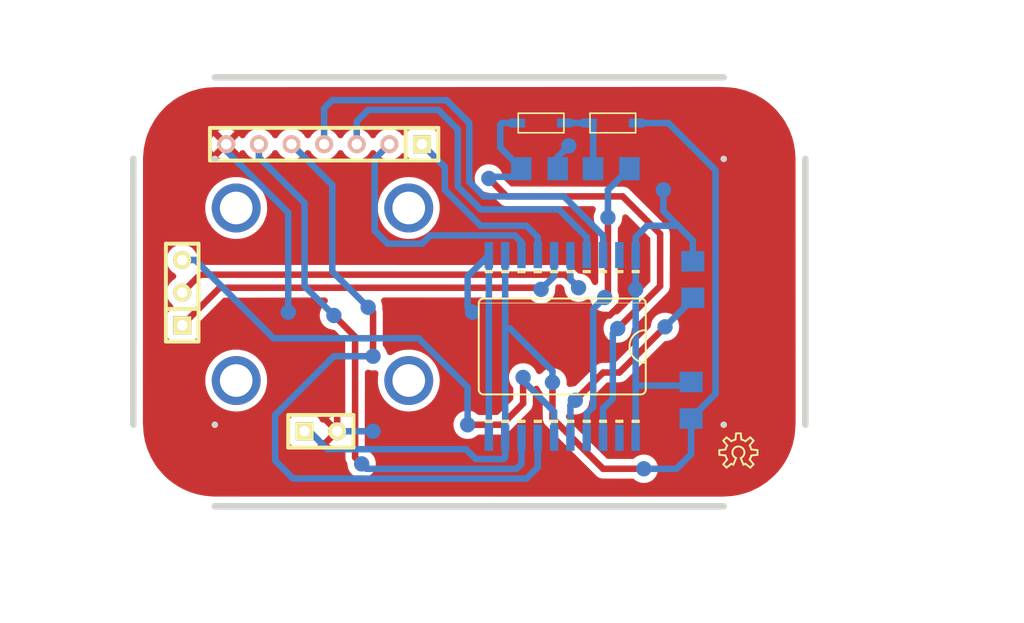
<source format=kicad_pcb>
(kicad_pcb (version 4) (host json2kicad_pcb "2020-11-08 23:19:46")

  (general
    (links 0)
    (no_connects 0)
    (area -25.8715094069 -68.5045901603 53.8815659736 9.4996)
    (thickness 1.6002)
    (drawings 0)
    (tracks 189)
    (zones 1)
    (modules 12)
    (nets 508)
  )

  (page A3)
  (title_block
    (date "30 dec 2015")
  )

  (layers
  (0 B.Cu signal)
  (1 Inner1.Cu signal)
  (2 Inner2.Cu signal)
  (15 F.Cu signal)
  (20 B.SilkS user)
  (21 F.SilkS user)
  (22 B.Paste user)
  (23 F.Paste user)
  (24 Dwgs.User user)
  (25 Cmts.User user)
  (26 Eco1.User user)
  (27 Eco2.User user)
  (28 Edge.Cuts user)
  (31 B.Cu signal)
  (32 B.Adhes user)
  (33 F.Adhes user)
  (34 B.Paste user)
  (35 F.Paste user)
  (36 B.SilkS user)
  (37 F.SilkS user)
  (38 B.Mask user)
  (39 F.Mask user)
  (40 Dwgs.User user)
  (41 Cmts.User user)
  (42 Eco1.User user)
  (43 Eco2.User user)
  (44 Edge.Cuts user)
  )

  (setup
(last_trace_width 0.254)
    (trace_clearance 0.254)
    (zone_clearance 0.508)
    (zone_45_only no)
    (trace_min 0.254)
    (segment_width 0.2)
    (edge_width 0.1)
    (via_size 1.19888)
    (via_drill 0.635)
    (via_min_size 0.889)
    (via_min_drill 0.508)
    (uvia_size 0.508)
    (uvia_drill 0.127)
    (uvias_allowed no)
    (uvia_min_size 0.508)
    (uvia_min_drill 0.127)
    (pcb_text_width 0.3)
    (pcb_text_size 1.5 1.5)
    (mod_edge_width 0.15)
    (mod_text_size 1 1)
    (mod_text_width 0.15)
    (pad_size 1.5 1.5)
    (pad_drill 0.6)
    (pad_to_mask_clearance 0)
    (aux_axis_origin 0 0)
    (visible_elements 7FFFFFFF)
    (pcbplotparams
      (layerselection 0x00030_80000001)
      (usegerberextensions true)
      (excludeedgelayer true)
      (linewidth 0.150000)
      (plotframeref false)
      (viasonmask false)
      (mode 1)
      (useauxorigin false)
      (hpglpennumber 1)
      (hpglpenspeed 20)
      (hpglpendiameter 15)
      (hpglpenoverlay 2)
      (psnegative false)
      (psa4output false)
      (plotreference true)
      (plotvalue true)
      (plotinvisibletext false)
      (padsonsilk false)
      (subtractmaskfromsilk false)
      (outputformat 1)
      (mirror false)
      (drillshape 1)
      (scaleselection 1)
      (outputdirectory ""))
  )

  (net 0 "")
  (net 1 "N-00001")
  (net 2 "N-00002")
  (net 3 "N-00003")
  (net 4 "N-00004")
  (net 5 "N-00005")
  (net 6 "N-00006")
  (net 7 "N-00007")
  (net 8 "N-00008")
  (net 9 "N-00009")
  (net 10 "N-00010")
  (net 11 "N-00011")
  (net 12 "N-00012")
  (net 13 "N-00013")
  (net 14 "N-00014")
  (net 15 "N-00015")
  (net 16 "N-00016")
  (net 17 "N-00017")
  (net 18 "N-00018")
  (net 66 "N-00066")
  (net 50 "N-00050")
  (net 45 "N-00045")
  (net 46 "N-00046")
  (net 44 "N-00044")
  (net 51 "N-00051")
  (net 25 "N-00025")
  (net 26 "N-00026")
  (net 58 "N-00058")
  (net 28 "N-00028")
  (net 29 "N-00029")
  (net 30 "N-00030")
  (net 31 "N-00031")
  (net 32 "N-00032")
  (net 64 "N-00064")
  (net 57 "N-00057")
  (net 69 "N-00069")
  (net 71 "N-00071")
  (net 43 "N-00043")
  (net 65 "N-00065")
  (net 56 "N-00056")
  (net 67 "N-00067")
  (net 68 "N-00068")
  (net 69 "N-00069")
  (net 70 "N-00070")
  (net 71 "N-00071")
  (net 72 "N-00072")
  (net 73 "N-00073")
  (net 74 "N-00074")
  (net 75 "N-00075")
  (net 76 "N-00076")
  (net 77 "N-00077")
  (net 78 "N-00078")
  (net 79 "N-00079")
  (net 80 "N-00080")
  (net 81 "N-00081")
  (net 82 "N-00082")
  (net 83 "N-00083")
  (net 116 "N-00116")
  (net 85 "N-00085")
  (net 127 "N-00127")
  (net 122 "N-00122")
  (net 123 "N-00123")
  (net 89 "N-00089")
  (net 90 "N-00090")
  (net 91 "N-00091")
  (net 92 "N-00092")
  (net 93 "N-00093")
  (net 94 "N-00094")
  (net 95 "N-00095")
  (net 96 "N-00096")
  (net 97 "N-00097")
  (net 117 "N-00117")
  (net 126 "N-00126")
  (net 124 "N-00124")
  (net 125 "N-00125")
  (net 135 "N-00135")
  (net 103 "N-00103")
  (net 104 "N-00104")
  (net 105 "N-00105")
  (net 106 "N-00106")
  (net 121 "N-00121")
  (net 108 "N-00108")
  (net 109 "N-00109")
  (net 120 "N-00120")
  (net 119 "N-00119")
  (net 111 "N-00111")
  (net 169 "N-00169")
  (net 113 "N-00113")
  (net 113 "N-00113")
  (net 119 "N-00119")
  (net 138 "N-00138")
  (net 115 "N-00115")
  (net 205 "N-00205")
  (net 167 "N-00167")
  (net 163 "N-00163")
  (net 139 "N-00139")
  (net 140 "N-00140")
  (net 164 "N-00164")
  (net 158 "N-00158")
  (net 193 "N-00193")
  (net 159 "N-00159")
  (net 145 "N-00145")
  (net 146 "N-00146")
  (net 161 "N-00161")
  (net 148 "N-00148")
  (net 149 "N-00149")
  (net 176 "N-00176")
  (net 199 "N-00199")
  (net 208 "N-00208")
  (net 165 "N-00165")
  (net 156 "N-00156")
  (net 156 "N-00156")
  (net 157 "N-00157")
  (net 170 "N-00170")
  (net 171 "N-00171")
  (net 172 "N-00172")
  (net 173 "N-00173")
  (net 190 "N-00190")
  (net 175 "N-00175")
  (net 180 "N-00180")
  (net 179 "N-00179")
  (net 189 "N-00189")
  (net 188 "N-00188")
  (net 183 "N-00183")
  (net 184 "N-00184")
  (net 185 "N-00185")
  (net 207 "N-00207")
  (net 192 "N-00192")
  (net 194 "N-00194")
  (net 206 "N-00206")
  (net 201 "N-00201")
  (net 197 "N-00197")
  (net 203 "N-00203")
  (net 209 "N-00209")
  (net 210 "N-00210")
  (net 211 "N-00211")
  (net 212 "N-00212")
  (net 213 "N-00213")
  (net 214 "N-00214")
  (net 215 "N-00215")
  (net 216 "N-00216")
  (net 217 "N-00217")
  (net 218 "N-00218")
  (net 219 "N-00219")
  (net 220 "N-00220")
  (net 221 "N-00221")
  (net 222 "N-00222")
  (net 223 "N-00223")
  (net 224 "N-00224")
  (net 225 "N-00225")
  (net 226 "N-00226")
  (net 227 "N-00227")
  (net 228 "N-00228")
  (net 229 "N-00229")
  (net 230 "N-00230")
  (net 231 "N-00231")
  (net 232 "N-00232")
  (net 233 "N-00233")
  (net 234 "N-00234")
  (net 235 "N-00235")
  (net 236 "N-00236")
  (net 237 "N-00237")
  (net 238 "N-00238")
  (net 239 "N-00239")
  (net 240 "N-00240")
  (net 241 "N-00241")
  (net 242 "N-00242")
  (net 243 "N-00243")
  (net 244 "N-00244")
  (net 245 "N-00245")
  (net 246 "N-00246")
  (net 247 "N-00247")
  (net 248 "N-00248")
  (net 249 "N-00249")
  (net 250 "N-00250")
  (net 251 "N-00251")
  (net 252 "N-00252")
  (net 253 "N-00253")
  (net 254 "N-00254")
  (net 255 "N-00255")
  (net 256 "N-00256")
  (net 257 "N-00257")
  (net 258 "N-00258")
  (net 259 "N-00259")
  (net 260 "N-00260")
  (net 261 "N-00261")
  (net 262 "N-00262")
  (net 263 "N-00263")
  (net 264 "N-00264")
  (net 265 "N-00265")
  (net 266 "N-00266")
  (net 267 "N-00267")
  (net 268 "N-00268")
  (net 269 "N-00269")
  (net 270 "N-00270")
  (net 271 "N-00271")
  (net 272 "N-00272")
  (net 273 "N-00273")
  (net 274 "N-00274")
  (net 275 "N-00275")
  (net 276 "N-00276")
  (net 277 "N-00277")
  (net 278 "N-00278")
  (net 279 "N-00279")
  (net 280 "N-00280")
  (net 281 "N-00281")
  (net 282 "N-00282")
  (net 283 "N-00283")
  (net 284 "N-00284")
  (net 285 "N-00285")
  (net 286 "N-00286")
  (net 287 "N-00287")
  (net 288 "N-00288")
  (net 289 "N-00289")
  (net 290 "N-00290")
  (net 291 "N-00291")
  (net 292 "N-00292")
  (net 293 "N-00293")
  (net 294 "N-00294")
  (net 295 "N-00295")
  (net 296 "N-00296")
  (net 297 "N-00297")
  (net 298 "N-00298")
  (net 299 "N-00299")
  (net 300 "N-00300")
  (net 301 "N-00301")
  (net 302 "N-00302")
  (net 303 "N-00303")
  (net 304 "N-00304")
  (net 305 "N-00305")
  (net 306 "N-00306")
  (net 307 "N-00307")
  (net 308 "N-00308")
  (net 309 "N-00309")
  (net 310 "N-00310")
  (net 311 "N-00311")
  (net 312 "N-00312")
  (net 313 "N-00313")
  (net 314 "N-00314")
  (net 315 "N-00315")
  (net 316 "N-00316")
  (net 317 "N-00317")
  (net 318 "N-00318")
  (net 319 "N-00319")
  (net 320 "N-00320")
  (net 321 "N-00321")
  (net 322 "N-00322")
  (net 323 "N-00323")
  (net 324 "N-00324")
  (net 325 "N-00325")
  (net 326 "N-00326")
  (net 327 "N-00327")
  (net 328 "N-00328")
  (net 329 "N-00329")
  (net 330 "N-00330")
  (net 331 "N-00331")
  (net 332 "N-00332")
  (net 333 "N-00333")
  (net 334 "N-00334")
  (net 335 "N-00335")
  (net 336 "N-00336")
  (net 337 "N-00337")
  (net 338 "N-00338")
  (net 339 "N-00339")
  (net 340 "N-00340")
  (net 341 "N-00341")
  (net 342 "N-00342")
  (net 343 "N-00343")
  (net 344 "N-00344")
  (net 345 "N-00345")
  (net 346 "N-00346")
  (net 347 "N-00347")
  (net 348 "N-00348")
  (net 349 "N-00349")
  (net 350 "N-00350")
  (net 351 "N-00351")
  (net 352 "N-00352")
  (net 353 "N-00353")
  (net 354 "N-00354")
  (net 355 "N-00355")
  (net 356 "N-00356")
  (net 357 "N-00357")
  (net 358 "N-00358")
  (net 359 "N-00359")
  (net 360 "N-00360")
  (net 361 "N-00361")
  (net 362 "N-00362")
  (net 363 "N-00363")
  (net 364 "N-00364")
  (net 365 "N-00365")
  (net 366 "N-00366")
  (net 367 "N-00367")
  (net 368 "N-00368")
  (net 369 "N-00369")
  (net 370 "N-00370")
  (net 371 "N-00371")
  (net 372 "N-00372")
  (net 373 "N-00373")
  (net 374 "N-00374")
  (net 375 "N-00375")
  (net 376 "N-00376")
  (net 377 "N-00377")
  (net 378 "N-00378")
  (net 379 "N-00379")
  (net 380 "N-00380")
  (net 381 "N-00381")
  (net 382 "N-00382")
  (net 383 "N-00383")
  (net 384 "N-00384")
  (net 385 "N-00385")
  (net 386 "N-00386")
  (net 387 "N-00387")
  (net 388 "N-00388")
  (net 389 "N-00389")
  (net 390 "N-00390")
  (net 391 "N-00391")
  (net 392 "N-00392")
  (net 393 "N-00393")
  (net 394 "N-00394")
  (net 395 "N-00395")
  (net 396 "N-00396")
  (net 397 "N-00397")
  (net 398 "N-00398")
  (net 399 "N-00399")
  (net 400 "N-00400")
  (net 401 "N-00401")
  (net 402 "N-00402")
  (net 403 "N-00403")
  (net 404 "N-00404")
  (net 405 "N-00405")
  (net 406 "N-00406")
  (net 407 "N-00407")
  (net 408 "N-00408")
  (net 409 "N-00409")
  (net 410 "N-00410")
  (net 411 "N-00411")
  (net 412 "N-00412")
  (net 413 "N-00413")
  (net 414 "N-00414")
  (net 415 "N-00415")
  (net 416 "N-00416")
  (net 417 "N-00417")
  (net 418 "N-00418")
  (net 419 "N-00419")
  (net 420 "N-00420")
  (net 421 "N-00421")
  (net 422 "N-00422")
  (net 423 "N-00423")
  (net 424 "N-00424")
  (net 425 "N-00425")
  (net 426 "N-00426")
  (net 427 "N-00427")
  (net 428 "N-00428")
  (net 429 "N-00429")
  (net 430 "N-00430")
  (net 431 "N-00431")
  (net 432 "N-00432")
  (net 433 "N-00433")
  (net 434 "N-00434")
  (net 435 "N-00435")
  (net 436 "N-00436")
  (net 437 "N-00437")
  (net 438 "N-00438")
  (net 439 "N-00439")
  (net 440 "N-00440")
  (net 441 "N-00441")
  (net 442 "N-00442")
  (net 443 "N-00443")
  (net 444 "N-00444")
  (net 445 "N-00445")
  (net 446 "N-00446")
  (net 447 "N-00447")
  (net 448 "N-00448")
  (net 449 "N-00449")
  (net 450 "N-00450")
  (net 451 "N-00451")
  (net 452 "N-00452")
  (net 453 "N-00453")
  (net 520 "N-00520")
  (net 455 "N-00455")
  (net 523 "N-00523")
  (net 530 "N-00530")
  (net 458 "N-00458")
  (net 459 "N-00459")
  (net 519 "N-00519")
  (net 566 "N-00566")
  (net 522 "N-00522")
  (net 602 "N-00602")
  (net 514 "N-00514")
  (net 465 "N-00465")
  (net 466 "N-00466")
  (net 467 "N-00467")
  (net 468 "N-00468")
  (net 521 "N-00521")
  (net 533 "N-00533")
  (net 600 "N-00600")
  (net 577 "N-00577")
  (net 556 "N-00556")
  (net 474 "N-00474")
  (net 475 "N-00475")
  (net 476 "N-00476")
  (net 477 "N-00477")
  (net 478 "N-00478")
  (net 479 "N-00479")
  (net 480 "N-00480")
  (net 481 "N-00481")
  (net 482 "N-00482")
  (net 483 "N-00483")
  (net 484 "N-00484")
  (net 485 "N-00485")
  (net 486 "N-00486")
  (net 487 "N-00487")
  (net 488 "N-00488")
  (net 489 "N-00489")
  (net 490 "N-00490")
  (net 491 "N-00491")
  (net 492 "N-00492")
  (net 493 "N-00493")
  (net 494 "N-00494")
  (net 495 "N-00495")
  (net 496 "N-00496")
  (net 497 "N-00497")
  (net 498 "N-00498")
  (net 499 "N-00499")
  (net 500 "N-00500")
  (net 501 "N-00501")
  (net 579 "N-00579")
  (net 503 "N-00503")
  (net 504 "N-00504")
  (net 505 "N-00505")
  (net 506 "N-00506")
  (net 507 "N-00507")
  (net 508 "N-00508")
  (net 509 "N-00509")
  (net 510 "N-00510")
  (net 511 "N-00511")
  (net 512 "N-00512")
  (net 513 "N-00513")
  (net 574 "N-00574")
  (net 603 "N-00603")
  (net 544 "N-00544")
  (net 568 "N-00568")
  (net 547 "N-00547")
  (net 548 "N-00548")
  (net 550 "N-00550")
  (net 597 "N-00597")
  (net 596 "N-00596")
  (net 543 "N-00543")
  (net 551 "N-00551")
  (net 555 "N-00555")
  (net 670 "N-00670")
  (net 564 "N-00564")
  (net 589 "N-00589")
  (net 562 "N-00562")
  (net 567 "N-00567")
  (net 595 "N-00595")
  (net 606 "N-00606")
  (net 592 "N-00592")
  (net 593 "N-00593")
  (net 594 "N-00594")
  (net 607 "N-00607")
  (net 608 "N-00608")
  (net 609 "N-00609")
  (net 610 "N-00610")
  (net 611 "N-00611")
  (net 612 "N-00612")
  (net 613 "N-00613")
  (net 614 "N-00614")
  (net 615 "N-00615")
  (net 616 "N-00616")
  (net 617 "N-00617")
  (net 618 "N-00618")
  (net 619 "N-00619")
  (net 620 "N-00620")
  (net 621 "N-00621")
  (net 622 "N-00622")
  (net 630 "N-00630")
  (net 662 "N-00662")
  (net 628 "N-00628")
  (net 658 "N-00658")
  (net 632 "N-00632")
  (net 633 "N-00633")
  (net 634 "N-00634")
  (net 666 "N-00666")
  (net 686 "N-00686")
  (net 637 "N-00637")
  (net 638 "N-00638")
  (net 639 "N-00639")
  (net 640 "N-00640")
  (net 641 "N-00641")
  (net 642 "N-00642")
  (net 643 "N-00643")
  (net 644 "N-00644")
  (net 645 "N-00645")
  (net 646 "N-00646")
  (net 690 "N-00690")
  (net 680 "N-00680")
  (net 669 "N-00669")
  (net 667 "N-00667")
  (net 668 "N-00668")
  (net 652 "N-00652")
  (net 653 "N-00653")
  (net 654 "N-00654")
  (net 655 "N-00655")
  (net 656 "N-00656")
  (net 657 "N-00657")
  (net 663 "N-00663")
  (net 665 "N-00665")

  (net_class Default "This is the default net class."
    (via_dia 1.19888)
    (via_drill 0.635)
    (uvia_drill 0.127)
    (trace_width 0.254)
    (uvia_dia 0.508)
    (clearance 0.254)
    (add_net "")
    (add_net "N-00001")
    (add_net "N-00002")
    (add_net "N-00003")
    (add_net "N-00004")
    (add_net "N-00005")
    (add_net "N-00006")
    (add_net "N-00007")
    (add_net "N-00008")
    (add_net "N-00009")
    (add_net "N-00010")
    (add_net "N-00011")
    (add_net "N-00012")
    (add_net "N-00013")
    (add_net "N-00014")
    (add_net "N-00015")
    (add_net "N-00016")
    (add_net "N-00017")
    (add_net "N-00018")
    (add_net "N-00345")
    (add_net "N-00025")
    (add_net "N-00026")
    (add_net "N-00028")
    (add_net "N-00029")
    (add_net "N-00030")
    (add_net "N-00031")
    (add_net "N-00032")
    (add_net "N-00347")
    (add_net "N-00348")
    (add_net "N-00043")
    (add_net "N-00044")
    (add_net "N-00045")
    (add_net "N-00046")
    (add_net "N-00349")
    (add_net "N-00344")
    (add_net "")
    (add_net "N-00050")
    (add_net "N-00051")
    (add_net "N-00340")
    (add_net "N-00341")
    (add_net "N-00342")
    (add_net "N-00343")
    (add_net "N-00056")
    (add_net "N-00057")
    (add_net "N-00058")
    (add_net "N-00351")
    (add_net "N-00348")
    (add_net "N-00349")
    (add_net "N-00064")
    (add_net "N-00065")
    (add_net "N-00066")
    (add_net "N-00067")
    (add_net "N-00068")
    (add_net "N-00069")
    (add_net "N-00070")
    (add_net "N-00071")
    (add_net "N-00072")
    (add_net "N-00073")
    (add_net "N-00074")
    (add_net "N-00075")
    (add_net "N-00076")
    (add_net "N-00077")
    (add_net "N-00078")
    (add_net "N-00079")
    (add_net "N-00080")
    (add_net "N-00081")
    (add_net "N-00082")
    (add_net "N-00083")
    (add_net "N-00085")
    (add_net "N-00089")
    (add_net "N-00090")
    (add_net "N-00091")
    (add_net "N-00092")
    (add_net "N-00093")
    (add_net "N-00094")
    (add_net "N-00095")
    (add_net "N-00096")
    (add_net "N-00097")
    (add_net "N-00103")
    (add_net "N-00104")
    (add_net "N-00105")
    (add_net "N-00106")
    (add_net "N-00108")
    (add_net "N-00109")
    (add_net "N-00619")
    (add_net "N-00111")
    (add_net "N-00113")
    (add_net "N-00115")
    (add_net "N-00116")
    (add_net "N-00117")
    (add_net "N-00298")
    (add_net "N-00119")
    (add_net "N-00120")
    (add_net "N-00121")
    (add_net "N-00122")
    (add_net "N-00123")
    (add_net "N-00124")
    (add_net "N-00125")
    (add_net "N-00126")
    (add_net "N-00127")
    (add_net "N-00593")
    (add_net "N-00592")
    (add_net "N-00199")
    (add_net "N-00594")
    (add_net "N-00597")
    (add_net "N-00135")
    (add_net "N-00194")
    (add_net "N-00138")
    (add_net "N-00139")
    (add_net "N-00140")
    (add_net "N-00190")
    (add_net "N-00193")
    (add_net "N-00192")
    (add_net "N-00270")
    (add_net "N-00145")
    (add_net "N-00146")
    (add_net "N-00273")
    (add_net "N-00148")
    (add_net "N-00149")
    (add_net "N-00276")
    (add_net "N-00277")
    (add_net "N-00278")
    (add_net "N-00279")
    (add_net "N-00156")
    (add_net "N-00157")
    (add_net "N-00158")
    (add_net "N-00159")
    (add_net "N-00161")
    (add_net "N-00163")
    (add_net "N-00164")
    (add_net "N-00165")
    (add_net "N-00167")
    (add_net "N-00628")
    (add_net "N-00169")
    (add_net "N-00170")
    (add_net "N-00171")
    (add_net "N-00172")
    (add_net "N-00173")
    (add_net "N-00175")
    (add_net "N-00176")
    (add_net "N-00179")
    (add_net "N-00180")
    (add_net "N-00521")
    (add_net "N-00522")
    (add_net "N-00183")
    (add_net "N-00184")
    (add_net "N-00185")
    (add_net "N-00188")
    (add_net "N-00189")
    (add_net "N-00190")
    (add_net "N-00192")
    (add_net "N-00193")
    (add_net "N-00194")
    (add_net "N-00448")
    (add_net "N-00197")
    (add_net "N-00199")
    (add_net "N-00443")
    (add_net "N-00201")
    (add_net "N-00441")
    (add_net "N-00203")
    (add_net "N-00447")
    (add_net "N-00205")
    (add_net "N-00206")
    (add_net "N-00207")
    (add_net "N-00208")
    (add_net "N-00209")
    (add_net "N-00108")
    (add_net "N-00109")
    (add_net "N-00212")
    (add_net "N-00213")
    (add_net "N-00214")
    (add_net "N-00215")
    (add_net "N-00216")
    (add_net "N-00103")
    (add_net "N-00218")
    (add_net "N-00219")
    (add_net "N-00106")
    (add_net "N-00221")
    (add_net "N-00104")
    (add_net "N-00105")
    (add_net "N-00224")
    (add_net "N-00225")
    (add_net "N-00226")
    (add_net "N-00227")
    (add_net "N-00228")
    (add_net "N-00229")
    (add_net "N-00230")
    (add_net "N-00231")
    (add_net "N-00232")
    (add_net "N-00032")
    (add_net "N-00031")
    (add_net "N-00030")
    (add_net "N-00236")
    (add_net "N-00237")
    (add_net "N-00238")
    (add_net "N-00239")
    (add_net "N-00240")
    (add_net "N-00241")
    (add_net "N-00242")
    (add_net "N-00243")
    (add_net "N-00244")
    (add_net "N-00245")
    (add_net "N-00246")
    (add_net "N-00247")
    (add_net "N-00248")
    (add_net "N-00249")
    (add_net "N-00250")
    (add_net "N-00251")
    (add_net "N-00252")
    (add_net "N-00253")
    (add_net "N-00254")
    (add_net "N-00255")
    (add_net "N-00256")
    (add_net "N-00257")
    (add_net "N-00258")
    (add_net "N-00259")
    (add_net "N-00260")
    (add_net "N-00261")
    (add_net "N-00262")
    (add_net "N-00263")
    (add_net "N-00264")
    (add_net "N-00265")
    (add_net "N-00266")
    (add_net "N-00267")
    (add_net "N-00268")
    (add_net "N-00269")
    (add_net "N-00270")
    (add_net "N-00271")
    (add_net "N-00272")
    (add_net "N-00273")
    (add_net "N-00274")
    (add_net "N-00275")
    (add_net "N-00276")
    (add_net "N-00277")
    (add_net "N-00278")
    (add_net "N-00279")
    (add_net "N-00280")
    (add_net "N-00281")
    (add_net "N-00282")
    (add_net "N-00283")
    (add_net "N-00284")
    (add_net "N-00285")
    (add_net "N-00286")
    (add_net "N-00287")
    (add_net "N-00288")
    (add_net "N-00289")
    (add_net "N-00290")
    (add_net "N-00291")
    (add_net "N-00292")
    (add_net "N-00293")
    (add_net "N-00294")
    (add_net "N-00295")
    (add_net "N-00296")
    (add_net "N-00297")
    (add_net "N-00298")
    (add_net "N-00299")
    (add_net "N-00300")
    (add_net "N-00301")
    (add_net "N-00302")
    (add_net "N-00303")
    (add_net "N-00304")
    (add_net "N-00305")
    (add_net "N-00306")
    (add_net "N-00307")
    (add_net "N-00308")
    (add_net "N-00309")
    (add_net "N-00310")
    (add_net "N-00006")
    (add_net "N-00312")
    (add_net "N-00313")
    (add_net "N-00314")
    (add_net "N-00315")
    (add_net "N-00316")
    (add_net "N-00317")
    (add_net "N-00318")
    (add_net "N-00319")
    (add_net "N-00320")
    (add_net "N-00321")
    (add_net "N-00322")
    (add_net "N-00323")
    (add_net "N-00324")
    (add_net "N-00325")
    (add_net "N-00326")
    (add_net "N-00327")
    (add_net "N-00328")
    (add_net "N-00329")
    (add_net "N-00330")
    (add_net "N-00331")
    (add_net "N-00332")
    (add_net "N-00333")
    (add_net "N-00334")
    (add_net "N-00335")
    (add_net "N-00336")
    (add_net "N-00337")
    (add_net "N-00338")
    (add_net "N-00339")
    (add_net "N-00340")
    (add_net "N-00341")
    (add_net "N-00342")
    (add_net "N-00343")
    (add_net "N-00091")
    (add_net "N-00090")
    (add_net "N-00093")
    (add_net "N-00092")
    (add_net "N-00095")
    (add_net "N-00094")
    (add_net "N-00097")
    (add_net "N-00096")
    (add_net "N-00352")
    (add_net "N-00353")
    (add_net "N-00354")
    (add_net "N-00355")
    (add_net "N-00356")
    (add_net "N-00357")
    (add_net "N-00358")
    (add_net "N-00359")
    (add_net "N-00360")
    (add_net "N-00361")
    (add_net "N-00362")
    (add_net "N-00363")
    (add_net "N-00364")
    (add_net "N-00365")
    (add_net "N-00366")
    (add_net "N-00367")
    (add_net "N-00368")
    (add_net "N-00369")
    (add_net "N-00370")
    (add_net "N-00371")
    (add_net "N-00372")
    (add_net "N-00373")
    (add_net "N-00374")
    (add_net "N-00375")
    (add_net "N-00376")
    (add_net "N-00377")
    (add_net "N-00217")
    (add_net "N-00379")
    (add_net "N-00380")
    (add_net "N-00381")
    (add_net "N-00382")
    (add_net "N-00383")
    (add_net "N-00384")
    (add_net "N-00385")
    (add_net "N-00386")
    (add_net "N-00387")
    (add_net "N-00388")
    (add_net "N-00389")
    (add_net "N-00390")
    (add_net "N-00391")
    (add_net "N-00392")
    (add_net "N-00393")
    (add_net "N-00394")
    (add_net "N-00395")
    (add_net "N-00396")
    (add_net "N-00397")
    (add_net "N-00398")
    (add_net "N-00399")
    (add_net "N-00400")
    (add_net "N-00401")
    (add_net "N-00402")
    (add_net "N-00403")
    (add_net "N-00238")
    (add_net "N-00239")
    (add_net "N-00406")
    (add_net "N-00407")
    (add_net "N-00234")
    (add_net "N-00235")
    (add_net "N-00236")
    (add_net "N-00237")
    (add_net "N-00230")
    (add_net "N-00231")
    (add_net "N-00232")
    (add_net "N-00233")
    (add_net "N-00416")
    (add_net "N-00417")
    (add_net "N-00418")
    (add_net "N-00411")
    (add_net "N-00420")
    (add_net "N-00421")
    (add_net "N-00422")
    (add_net "N-00423")
    (add_net "N-00424")
    (add_net "N-00412")
    (add_net "N-00426")
    (add_net "N-00427")
    (add_net "N-00428")
    (add_net "N-00429")
    (add_net "N-00430")
    (add_net "N-00413")
    (add_net "N-00001")
    (add_net "N-00433")
    (add_net "N-00434")
    (add_net "N-00435")
    (add_net "N-00436")
    (add_net "N-00414")
    (add_net "N-00438")
    (add_net "N-00439")
    (add_net "N-00440")
    (add_net "N-00441")
    (add_net "N-00442")
    (add_net "N-00415")
    (add_net "N-00444")
    (add_net "N-00445")
    (add_net "N-00446")
    (add_net "N-00447")
    (add_net "N-00146")
    (add_net "N-00449")
    (add_net "N-00450")
    (add_net "N-00145")
    (add_net "N-00452")
    (add_net "N-00453")
    (add_net "N-00140")
    (add_net "N-00455")
    (add_net "N-00612")
    (add_net "N-00613")
    (add_net "N-00458")
    (add_net "N-00459")
    (add_net "N-00616")
    (add_net "N-00617")
    (add_net "N-00148")
    (add_net "N-00149")
    (add_net "N-00465")
    (add_net "N-00466")
    (add_net "N-00419")
    (add_net "N-00468")
    (add_net "N-00474")
    (add_net "N-00475")
    (add_net "N-00476")
    (add_net "N-00477")
    (add_net "N-00478")
    (add_net "N-00479")
    (add_net "N-00480")
    (add_net "N-00344")
    (add_net "N-00482")
    (add_net "N-00483")
    (add_net "N-00484")
    (add_net "N-00485")
    (add_net "N-00486")
    (add_net "N-00487")
    (add_net "N-00488")
    (add_net "N-00489")
    (add_net "N-00490")
    (add_net "N-00491")
    (add_net "N-00492")
    (add_net "N-00493")
    (add_net "N-00494")
    (add_net "N-00495")
    (add_net "N-00496")
    (add_net "N-00497")
    (add_net "N-00345")
    (add_net "N-00499")
    (add_net "N-00500")
    (add_net "N-00501")
    (add_net "N-00425")
    (add_net "N-00504")
    (add_net "N-00505")
    (add_net "N-00506")
    (add_net "N-00507")
    (add_net "N-00508")
    (add_net "N-00509")
    (add_net "N-00510")
    (add_net "N-00511")
    (add_net "N-00512")
    (add_net "N-00513")
    (add_net "N-00514")
    (add_net "N-00519")
    (add_net "N-00520")
    (add_net "N-00521")
    (add_net "N-00522")
    (add_net "N-00523")
    (add_net "N-00530")
    (add_net "N-00498")
    (add_net "N-00533")
    (add_net "N-00135")
    (add_net "N-00494")
    (add_net "N-00495")
    (add_net "N-00139")
    (add_net "N-00138")
    (add_net "N-00490")
    (add_net "N-00491")
    (add_net "N-00492")
    (add_net "N-00493")
    (add_net "N-00544")
    (add_net "N-00025")
    (add_net "N-00026")
    (add_net "N-00547")
    (add_net "N-00548")
    (add_net "N-00550")
    (add_net "N-00551")
    (add_net "N-00555")
    (add_net "N-00028")
    (add_net "N-00029")
    (add_net "N-00564")
    (add_net "N-00407")
    (add_net "N-00406")
    (add_net "N-00405")
    (add_net "N-00404")
    (add_net "N-00403")
    (add_net "N-00402")
    (add_net "N-00401")
    (add_net "N-00400")
    (add_net "N-00568")
    (add_net "N-00409")
    (add_net "N-00408")
    (add_net "N-00481")
    (add_net "N-00577")
    (add_net "N-00579")
    (add_net "N-00589")
    (add_net "N-00455")
    (add_net "N-00592")
    (add_net "N-00593")
    (add_net "N-00594")
    (add_net "N-00595")
    (add_net "N-00596")
    (add_net "N-00597")
    (add_net "N-00600")
    (add_net "N-00442")
    (add_net "N-00603")
    (add_net "N-00606")
    (add_net "N-00607")
    (add_net "N-00608")
    (add_net "N-00609")
    (add_net "N-00610")
    (add_net "N-00443")
    (add_net "N-00612")
    (add_net "N-00613")
    (add_net "N-00614")
    (add_net "N-00615")
    (add_net "N-00616")
    (add_net "N-00617")
    (add_net "N-00618")
    (add_net "N-00619")
    (add_net "N-00620")
    (add_net "N-00621")
    (add_net "N-00622")
    (add_net "N-00379")
    (add_net "N-00378")
    (add_net "N-00628")
    (add_net "N-00630")
    (add_net "N-00371")
    (add_net "N-00370")
    (add_net "N-00373")
    (add_net "N-00372")
    (add_net "N-00375")
    (add_net "N-00374")
    (add_net "N-00377")
    (add_net "N-00376")
    (add_net "N-00640")
    (add_net "N-00448")
    (add_net "N-00642")
    (add_net "N-00643")
    (add_net "N-00644")
    (add_net "N-00645")
    (add_net "N-00646")
    (add_net "N-00346")
    (add_net "N-00567")
    (add_net "N-00652")
    (add_net "N-00618")
    (add_net "N-00654")
    (add_net "N-00655")
    (add_net "N-00393")
    (add_net "N-00392")
    (add_net "N-00391")
    (add_net "N-00089")
    (add_net "N-00397")
    (add_net "N-00396")
    (add_net "N-00395")
    (add_net "N-00394")
    (add_net "N-00082")
    (add_net "N-00083")
    (add_net "N-00080")
    (add_net "N-00081")
    (add_net "N-00668")
    (add_net "N-00669")
    (add_net "N-00670")
    (add_net "N-00085")
    (add_net "N-00680")
    (add_net "N-00416")
    (add_net "N-00686")
    (add_net "N-00690")
    (add_net "N-00432")
    (add_net "N-00007")
    (add_net "N-00610")
    (add_net "N-00611")
    (add_net "N-00512")
    (add_net "N-00299")
    (add_net "N-00589")
    (add_net "N-00245")
    (add_net "N-00244")
    (add_net "N-00247")
    (add_net "N-00246")
    (add_net "N-00241")
    (add_net "N-00240")
    (add_net "N-00243")
    (add_net "N-00242")
    (add_net "N-00615")
    (add_net "N-00249")
    (add_net "N-00248")
    (add_net "N-00295")
    (add_net "N-00292")
    (add_net "N-00293")
    (add_net "N-00445")
    (add_net "N-00467")
    (add_net "N-00410")
    (add_net "N-00290")
    (add_net "N-00511")
    (add_net "N-00510")
    (add_net "N-00513")
    (add_net "N-00291")
    (add_net "N-00514")
    (add_net "N-00458")
    (add_net "N-00459")
    (add_net "N-00621")
    (add_net "N-00620")
    (add_net "N-00450")
    (add_net "N-00451")
    (add_net "N-00452")
    (add_net "N-00453")
    (add_net "N-00346")
    (add_net "N-00179")
    (add_net "N-00176")
    (add_net "N-00175")
    (add_net "N-00173")
    (add_net "N-00172")
    (add_net "N-00171")
    (add_net "N-00170")
    (add_net "N-00657")
    (add_net "N-00596")
    (add_net "N-00654")
    (add_net "N-00656")
    (add_net "N-00183")
    (add_net "N-00180")
    (add_net "N-00002")
    (add_net "N-00652")
    (add_net "N-00653")
    (add_net "N-00184")
    (add_net "N-00185")
    (add_net "N-00188")
    (add_net "N-00189")
    (add_net "N-00197")
    (add_net "N-00658")
    (add_net "N-00347")
    (add_net "N-00437")
    (add_net "N-00294")
    (add_net "N-00011")
    (add_net "N-00010")
    (add_net "N-00013")
    (add_net "N-00012")
    (add_net "N-00015")
    (add_net "N-00014")
    (add_net "N-00017")
    (add_net "N-00016")
    (add_net "N-00018")
    (add_net "N-00272")
    (add_net "N-00274")
    (add_net "N-00275")
    (add_net "N-00498")
    (add_net "N-00322")
    (add_net "N-00323")
    (add_net "N-00320")
    (add_net "N-00321")
    (add_net "N-00326")
    (add_net "N-00327")
    (add_net "N-00324")
    (add_net "N-00325")
    (add_net "N-00328")
    (add_net "N-00329")
    (add_net "N-00335")
    (add_net "N-00201")
    (add_net "N-00203")
    (add_net "N-00205")
    (add_net "N-00207")
    (add_net "N-00206")
    (add_net "N-00209")
    (add_net "N-00208")
    (add_net "N-00503")
    (add_net "N-00077")
    (add_net "N-00076")
    (add_net "N-00075")
    (add_net "N-00074")
    (add_net "N-00073")
    (add_net "N-00072")
    (add_net "N-00071")
    (add_net "N-00070")
    (add_net "N-00655")
    (add_net "N-00079")
    (add_net "N-00078")
    (add_net "N-00686")
    (add_net "N-00680")
    (add_net "N-00337")
    (add_net "N-00669")
    (add_net "N-00668")
    (add_net "N-00667")
    (add_net "N-00666")
    (add_net "N-00665")
    (add_net "N-00663")
    (add_net "N-00662")
    (add_net "N-00556")
    (add_net "N-00690")
    (add_net "N-00543")
    (add_net "N-00547")
    (add_net "N-00544")
    (add_net "N-00008")
    (add_net "N-00548")
    (add_net "N-00523")
    (add_net "N-00120")
    (add_net "N-00121")
    (add_net "N-00122")
    (add_net "N-00123")
    (add_net "N-00124")
    (add_net "N-00125")
    (add_net "N-00126")
    (add_net "N-00127")
    (add_net "N-00378")
    (add_net "N-00520")
    (add_net "N-00414")
    (add_net "N-00415")
    (add_net "N-00333")
    (add_net "N-00417")
    (add_net "N-00410")
    (add_net "N-00411")
    (add_net "N-00412")
    (add_net "N-00413")
    (add_net "N-00418")
    (add_net "N-00419")
    (add_net "N-00499")
    (add_net "N-00319")
    (add_net "N-00318")
    (add_net "N-00313")
    (add_net "N-00312")
    (add_net "N-00311")
    (add_net "N-00310")
    (add_net "N-00317")
    (add_net "N-00316")
    (add_net "N-00315")
    (add_net "N-00314")
    (add_net "N-00332")
    (add_net "N-00496")
    (add_net "N-00653")
    (add_net "N-00497")
    (add_net "N-00003")
    (add_net "N-00368")
    (add_net "N-00369")
    (add_net "N-00366")
    (add_net "N-00367")
    (add_net "N-00364")
    (add_net "N-00365")
    (add_net "N-00362")
    (add_net "N-00363")
    (add_net "N-00360")
    (add_net "N-00361")
    (add_net "N-00440")
    (add_net "N-00446")
    (add_net "N-00380")
    (add_net "N-00381")
    (add_net "N-00382")
    (add_net "N-00383")
    (add_net "N-00384")
    (add_net "N-00385")
    (add_net "N-00386")
    (add_net "N-00387")
    (add_net "N-00388")
    (add_net "N-00389")
    (add_net "N-00444")
    (add_net "N-00431")
    (add_net "N-00210")
    (add_net "N-00451")
    (add_net "N-00211")
    (add_net "N-00579")
    (add_net "N-00622")
    (add_net "N-00556")
    (add_net "N-00577")
    (add_net "N-00574")
    (add_net "N-00258")
    (add_net "N-00259")
    (add_net "N-00064")
    (add_net "N-00065")
    (add_net "N-00066")
    (add_net "N-00067")
    (add_net "N-00068")
    (add_net "N-00069")
    (add_net "N-00250")
    (add_net "N-00251")
    (add_net "N-00256")
    (add_net "N-00257")
    (add_net "N-00254")
    (add_net "N-00255")
    (add_net "N-00603")
    (add_net "N-00220")
    (add_net "N-00602")
    (add_net "N-00562")
    (add_net "N-00222")
    (add_net "N-00508")
    (add_net "N-00509")
    (add_net "N-00506")
    (add_net "N-00507")
    (add_net "N-00504")
    (add_net "N-00223")
    (add_net "N-00503")
    (add_net "N-00500")
    (add_net "N-00501")
    (add_net "N-00630")
    (add_net "N-00632")
    (add_net "N-00633")
    (add_net "N-00634")
    (add_net "N-00566")
    (add_net "N-00637")
    (add_net "N-00465")
    (add_net "N-00639")
    (add_net "N-00467")
    (add_net "N-00466")
    (add_net "N-00169")
    (add_net "N-00164")
    (add_net "N-00165")
    (add_net "N-00167")
    (add_net "N-00161")
    (add_net "N-00163")
    (add_net "N-00350")
    (add_net "N-00574")
    (add_net "N-00233")
    (add_net "N-00234")
    (add_net "N-00235")
    (add_net "N-00641")
    (add_net "N-00640")
    (add_net "N-00405")
    (add_net "N-00643")
    (add_net "N-00662")
    (add_net "N-00642")
    (add_net "N-00009")
    (add_net "N-00645")
    (add_net "N-00646")
    (add_net "N-00644")
    (add_net "N-00438")
    (add_net "N-00439")
    (add_net "N-00436")
    (add_net "N-00437")
    (add_net "N-00434")
    (add_net "N-00435")
    (add_net "N-00432")
    (add_net "N-00433")
    (add_net "N-00357")
    (add_net "N-00356")
    (add_net "N-00355")
    (add_net "N-00354")
    (add_net "N-00353")
    (add_net "N-00352")
    (add_net "N-00351")
    (add_net "N-00350")
    (add_net "N-00431")
    (add_net "N-00519")
    (add_net "N-00359")
    (add_net "N-00358")
    (add_net "N-00216")
    (add_net "N-00217")
    (add_net "N-00214")
    (add_net "N-00215")
    (add_net "N-00212")
    (add_net "N-00213")
    (add_net "N-00210")
    (add_net "N-00211")
    (add_net "N-00218")
    (add_net "N-00219")
    (add_net "N-00339")
    (add_net "N-00602")
    (add_net "N-00338")
    (add_net "N-00666")
    (add_net "N-00289")
    (add_net "N-00288")
    (add_net "N-00004")
    (add_net "N-00334")
    (add_net "N-00281")
    (add_net "N-00280")
    (add_net "N-00283")
    (add_net "N-00282")
    (add_net "N-00285")
    (add_net "N-00284")
    (add_net "N-00287")
    (add_net "N-00286")
    (add_net "N-00336")
    (add_net "N-00667")
    (add_net "N-00331")
    (add_net "N-00670")
    (add_net "N-00330")
    (add_net "N-00263")
    (add_net "N-00262")
    (add_net "N-00261")
    (add_net "N-00260")
    (add_net "N-00267")
    (add_net "N-00266")
    (add_net "N-00265")
    (add_net "N-00264")
    (add_net "N-00269")
    (add_net "N-00268")
    (add_net "N-00058")
    (add_net "N-00057")
    (add_net "N-00056")
    (add_net "N-00051")
    (add_net "N-00050")
    (add_net "N-00533")
    (add_net "N-00614")
    (add_net "N-00530")
    (add_net "N-00115")
    (add_net "N-00252")
    (add_net "N-00117")
    (add_net "N-00116")
    (add_net "N-00111")
    (add_net "N-00113")
    (add_net "N-00253")
    (add_net "N-00119")
    (add_net "N-00429")
    (add_net "N-00428")
    (add_net "N-00421")
    (add_net "N-00420")
    (add_net "N-00423")
    (add_net "N-00422")
    (add_net "N-00425")
    (add_net "N-00424")
    (add_net "N-00427")
    (add_net "N-00426")
    (add_net "N-00308")
    (add_net "N-00309")
    (add_net "N-00300")
    (add_net "N-00301")
    (add_net "N-00302")
    (add_net "N-00303")
    (add_net "N-00304")
    (add_net "N-00305")
    (add_net "N-00306")
    (add_net "N-00307")
    (add_net "N-00632")
    (add_net "N-00633")
    (add_net "N-00634")
    (add_net "N-00296")
    (add_net "N-00637")
    (add_net "N-00638")
    (add_net "N-00639")
    (add_net "N-00555")
    (add_net "N-00641")
    (add_net "N-00430")
    (add_net "N-00271")
    (add_net "N-00568")
    (add_net "N-00409")
    (add_net "N-00449")
    (add_net "N-00562")
    (add_net "N-00311")
    (add_net "N-00564")
    (add_net "N-00566")
    (add_net "N-00567")
    (add_net "N-00229")
    (add_net "N-00228")
    (add_net "N-00227")
    (add_net "N-00226")
    (add_net "N-00225")
    (add_net "N-00224")
    (add_net "N-00223")
    (add_net "N-00222")
    (add_net "N-00221")
    (add_net "N-00220")
    (add_net "N-00656")
    (add_net "N-00505")
    (add_net "N-00657")
    (add_net "N-00404")
    (add_net "N-00658")
    (add_net "N-00390")
    (add_net "N-00551")
    (add_net "N-00297")
    (add_net "N-00607")
    (add_net "N-00606")
    (add_net "N-00600")
    (add_net "N-00157")
    (add_net "N-00156")
    (add_net "N-00159")
    (add_net "N-00158")
    (add_net "N-00663")
    (add_net "N-00609")
    (add_net "N-00608")
    (add_net "N-00665")
    (add_net "N-00550")
    (add_net "N-00399")
    (add_net "N-00468")
    (add_net "N-00398")
    (add_net "N-00046")
    (add_net "N-00044")
    (add_net "N-00045")
    (add_net "N-00043")
    (add_net "N-00638")
    (add_net "N-00611")
    (add_net "N-00005")
    (add_net "N-00543")
    (add_net "N-00595")
    (add_net "N-00489")
    (add_net "N-00488")
    (add_net "N-00487")
    (add_net "N-00486")
    (add_net "N-00485")
    (add_net "N-00484")
    (add_net "N-00483")
    (add_net "N-00482")
    (add_net "N-00481")
    (add_net "N-00480")
    (add_net "N-00408")
    (add_net "N-00476")
    (add_net "N-00477")
    (add_net "N-00474")
    (add_net "N-00475")
    (add_net "N-00478")
    (add_net "N-00479")
  )
  (module "powerSO20"
    (layer "F.Cu")
    (tedit 0)
    (tstamp 0)
    (at 17.907 -41.529 -180.00)
    (fp_text reference "U0"
      (at -0.254 0.0 0.00)
      (layer Eco1.User)
      (effects (font (size 1.27 0.0)
        (thickness 0.0)))
    )
    (fp_text value "l6234"
      (at 2.413 0.0 0.00)
      (layer Eco1.User)
      (effects (font (size 1.27 0.0)
        (thickness 0.0)))
    )
    (fp_line (start 6.1214 -3.7338) (end -6.1214 -3.7338) (layer F.SilkS) (width 0.1524))
    (fp_arc (start 6.1214 3.3528) (end 6.1214 3.7338) (angle -90.00) (layer F.SilkS) (width 0.1524))
    (fp_arc (start -6.1214 -3.3528) (end -6.5024 -3.3528) (angle 90.00) (layer F.SilkS) (width 0.1524))
    (fp_arc (start 6.1214 -3.3528) (end 6.1214 -3.7338) (angle 90.00) (layer F.SilkS) (width 0.1524))
    (fp_arc (start -6.1214 3.3528) (end -6.5024 3.3528) (angle -90.00) (layer F.SilkS) (width 0.1524))
    (fp_line (start -6.1214 3.7338) (end 6.1214 3.7338) (layer F.SilkS) (width 0.1524))
    (fp_line (start 6.5024 3.3528) (end 6.5024 -3.3528) (layer F.SilkS) (width 0.1524))
    (fp_line (start -6.5024 -3.3528) (end -6.5024 -1.27) (layer F.SilkS) (width 0.1524))
    (fp_line (start -6.5024 -1.27) (end -6.5024 1.27) (layer F.SilkS) (width 0.1524))
    (fp_line (start -6.5024 1.27) (end -6.5024 3.3528) (layer F.SilkS) (width 0.1524))
    (fp_line (start -6.477 3.3782) (end 6.477 3.3782) (layer F.SilkS) (width 0.0508))
    (fp_arc (start -6.5024 0.0) (end -6.5024 -1.27) (angle 180.00) (layer F.SilkS) (width 0.1524))
    (fp_line (start -5.969 5.8928) (end -5.461 5.8928) (layer F.SilkS) (width 0.127))
    (fp_line (start -5.461 5.8928) (end -5.461 5.7658) (layer F.SilkS) (width 0.127))
    (fp_line (start -5.461 5.7658) (end -5.969 5.7658) (layer F.SilkS) (width 0.127))
    (fp_line (start -5.969 5.7658) (end -5.969 5.8928) (layer F.SilkS) (width 0.127))
    (fp_line (start -5.969 7.366) (end -5.461 7.366) (layer Cmts.User) (width 0.127))
    (fp_line (start -5.461 7.366) (end -5.461 5.8928) (layer Cmts.User) (width 0.127))
    (fp_line (start -5.461 5.8928) (end -5.969 5.8928) (layer Cmts.User) (width 0.127))
    (fp_line (start -5.969 5.8928) (end -5.969 7.366) (layer Cmts.User) (width 0.127))
    (fp_line (start -4.699 5.8928) (end -4.191 5.8928) (layer F.SilkS) (width 0.127))
    (fp_line (start -4.191 5.8928) (end -4.191 5.7658) (layer F.SilkS) (width 0.127))
    (fp_line (start -4.191 5.7658) (end -4.699 5.7658) (layer F.SilkS) (width 0.127))
    (fp_line (start -4.699 5.7658) (end -4.699 5.8928) (layer F.SilkS) (width 0.127))
    (fp_line (start -4.699 7.366) (end -4.191 7.366) (layer Cmts.User) (width 0.127))
    (fp_line (start -4.191 7.366) (end -4.191 5.8928) (layer Cmts.User) (width 0.127))
    (fp_line (start -4.191 5.8928) (end -4.699 5.8928) (layer Cmts.User) (width 0.127))
    (fp_line (start -4.699 5.8928) (end -4.699 7.366) (layer Cmts.User) (width 0.127))
    (fp_line (start -3.429 5.8928) (end -2.921 5.8928) (layer F.SilkS) (width 0.127))
    (fp_line (start -2.921 5.8928) (end -2.921 5.7658) (layer F.SilkS) (width 0.127))
    (fp_line (start -2.921 5.7658) (end -3.429 5.7658) (layer F.SilkS) (width 0.127))
    (fp_line (start -3.429 5.7658) (end -3.429 5.8928) (layer F.SilkS) (width 0.127))
    (fp_line (start -3.429 7.366) (end -2.921 7.366) (layer Cmts.User) (width 0.127))
    (fp_line (start -2.921 7.366) (end -2.921 5.8928) (layer Cmts.User) (width 0.127))
    (fp_line (start -2.921 5.8928) (end -3.429 5.8928) (layer Cmts.User) (width 0.127))
    (fp_line (start -3.429 5.8928) (end -3.429 7.366) (layer Cmts.User) (width 0.127))
    (fp_line (start -2.159 5.8928) (end -1.651 5.8928) (layer F.SilkS) (width 0.127))
    (fp_line (start -1.651 5.8928) (end -1.651 5.7658) (layer F.SilkS) (width 0.127))
    (fp_line (start -1.651 5.7658) (end -2.159 5.7658) (layer F.SilkS) (width 0.127))
    (fp_line (start -2.159 5.7658) (end -2.159 5.8928) (layer F.SilkS) (width 0.127))
    (fp_line (start -2.159 7.366) (end -1.651 7.366) (layer Cmts.User) (width 0.127))
    (fp_line (start -1.651 7.366) (end -1.651 5.8928) (layer Cmts.User) (width 0.127))
    (fp_line (start -1.651 5.8928) (end -2.159 5.8928) (layer Cmts.User) (width 0.127))
    (fp_line (start -2.159 5.8928) (end -2.159 7.366) (layer Cmts.User) (width 0.127))
    (fp_line (start -0.889 7.366) (end -0.381 7.366) (layer Cmts.User) (width 0.127))
    (fp_line (start -0.381 7.366) (end -0.381 5.8928) (layer Cmts.User) (width 0.127))
    (fp_line (start -0.381 5.8928) (end -0.889 5.8928) (layer Cmts.User) (width 0.127))
    (fp_line (start -0.889 5.8928) (end -0.889 7.366) (layer Cmts.User) (width 0.127))
    (fp_line (start -0.889 5.8928) (end -0.381 5.8928) (layer F.SilkS) (width 0.127))
    (fp_line (start -0.381 5.8928) (end -0.381 5.7658) (layer F.SilkS) (width 0.127))
    (fp_line (start -0.381 5.7658) (end -0.889 5.7658) (layer F.SilkS) (width 0.127))
    (fp_line (start -0.889 5.7658) (end -0.889 5.8928) (layer F.SilkS) (width 0.127))
    (fp_line (start 0.381 5.8928) (end 0.889 5.8928) (layer F.SilkS) (width 0.127))
    (fp_line (start 0.889 5.8928) (end 0.889 5.7658) (layer F.SilkS) (width 0.127))
    (fp_line (start 0.889 5.7658) (end 0.381 5.7658) (layer F.SilkS) (width 0.127))
    (fp_line (start 0.381 5.7658) (end 0.381 5.8928) (layer F.SilkS) (width 0.127))
    (fp_line (start 0.381 7.366) (end 0.889 7.366) (layer Cmts.User) (width 0.127))
    (fp_line (start 0.889 7.366) (end 0.889 5.8928) (layer Cmts.User) (width 0.127))
    (fp_line (start 0.889 5.8928) (end 0.381 5.8928) (layer Cmts.User) (width 0.127))
    (fp_line (start 0.381 5.8928) (end 0.381 7.366) (layer Cmts.User) (width 0.127))
    (fp_line (start 1.651 5.8928) (end 2.159 5.8928) (layer F.SilkS) (width 0.127))
    (fp_line (start 2.159 5.8928) (end 2.159 5.7658) (layer F.SilkS) (width 0.127))
    (fp_line (start 2.159 5.7658) (end 1.651 5.7658) (layer F.SilkS) (width 0.127))
    (fp_line (start 1.651 5.7658) (end 1.651 5.8928) (layer F.SilkS) (width 0.127))
    (fp_line (start 1.651 7.366) (end 2.159 7.366) (layer Cmts.User) (width 0.127))
    (fp_line (start 2.159 7.366) (end 2.159 5.8928) (layer Cmts.User) (width 0.127))
    (fp_line (start 2.159 5.8928) (end 1.651 5.8928) (layer Cmts.User) (width 0.127))
    (fp_line (start 1.651 5.8928) (end 1.651 7.366) (layer Cmts.User) (width 0.127))
    (fp_line (start 2.921 5.8928) (end 3.429 5.8928) (layer F.SilkS) (width 0.127))
    (fp_line (start 3.429 5.8928) (end 3.429 5.7658) (layer F.SilkS) (width 0.127))
    (fp_line (start 3.429 5.7658) (end 2.921 5.7658) (layer F.SilkS) (width 0.127))
    (fp_line (start 2.921 5.7658) (end 2.921 5.8928) (layer F.SilkS) (width 0.127))
    (fp_line (start 2.921 7.366) (end 3.429 7.366) (layer Cmts.User) (width 0.127))
    (fp_line (start 3.429 7.366) (end 3.429 5.8928) (layer Cmts.User) (width 0.127))
    (fp_line (start 3.429 5.8928) (end 2.921 5.8928) (layer Cmts.User) (width 0.127))
    (fp_line (start 2.921 5.8928) (end 2.921 7.366) (layer Cmts.User) (width 0.127))
    (fp_line (start -5.969 -5.8928) (end -5.461 -5.8928) (layer Cmts.User) (width 0.127))
    (fp_line (start -5.461 -5.8928) (end -5.461 -7.366) (layer Cmts.User) (width 0.127))
    (fp_line (start -5.461 -7.366) (end -5.969 -7.366) (layer Cmts.User) (width 0.127))
    (fp_line (start -5.969 -7.366) (end -5.969 -5.8928) (layer Cmts.User) (width 0.127))
    (fp_line (start -5.969 -5.7658) (end -5.461 -5.7658) (layer F.SilkS) (width 0.127))
    (fp_line (start -5.461 -5.7658) (end -5.461 -5.8928) (layer F.SilkS) (width 0.127))
    (fp_line (start -5.461 -5.8928) (end -5.969 -5.8928) (layer F.SilkS) (width 0.127))
    (fp_line (start -5.969 -5.8928) (end -5.969 -5.7658) (layer F.SilkS) (width 0.127))
    (fp_line (start -4.699 -5.7658) (end -4.191 -5.7658) (layer F.SilkS) (width 0.127))
    (fp_line (start -4.191 -5.7658) (end -4.191 -5.8928) (layer F.SilkS) (width 0.127))
    (fp_line (start -4.191 -5.8928) (end -4.699 -5.8928) (layer F.SilkS) (width 0.127))
    (fp_line (start -4.699 -5.8928) (end -4.699 -5.7658) (layer F.SilkS) (width 0.127))
    (fp_line (start -4.699 -5.8928) (end -4.191 -5.8928) (layer Cmts.User) (width 0.127))
    (fp_line (start -4.191 -5.8928) (end -4.191 -7.366) (layer Cmts.User) (width 0.127))
    (fp_line (start -4.191 -7.366) (end -4.699 -7.366) (layer Cmts.User) (width 0.127))
    (fp_line (start -4.699 -7.366) (end -4.699 -5.8928) (layer Cmts.User) (width 0.127))
    (fp_line (start -3.429 -5.7658) (end -2.921 -5.7658) (layer F.SilkS) (width 0.127))
    (fp_line (start -2.921 -5.7658) (end -2.921 -5.8928) (layer F.SilkS) (width 0.127))
    (fp_line (start -2.921 -5.8928) (end -3.429 -5.8928) (layer F.SilkS) (width 0.127))
    (fp_line (start -3.429 -5.8928) (end -3.429 -5.7658) (layer F.SilkS) (width 0.127))
    (fp_line (start -3.429 -5.8928) (end -2.921 -5.8928) (layer Cmts.User) (width 0.127))
    (fp_line (start -2.921 -5.8928) (end -2.921 -7.366) (layer Cmts.User) (width 0.127))
    (fp_line (start -2.921 -7.366) (end -3.429 -7.366) (layer Cmts.User) (width 0.127))
    (fp_line (start -3.429 -7.366) (end -3.429 -5.8928) (layer Cmts.User) (width 0.127))
    (fp_line (start -2.159 -5.7658) (end -1.651 -5.7658) (layer F.SilkS) (width 0.127))
    (fp_line (start -1.651 -5.7658) (end -1.651 -5.8928) (layer F.SilkS) (width 0.127))
    (fp_line (start -1.651 -5.8928) (end -2.159 -5.8928) (layer F.SilkS) (width 0.127))
    (fp_line (start -2.159 -5.8928) (end -2.159 -5.7658) (layer F.SilkS) (width 0.127))
    (fp_line (start -2.159 -5.8928) (end -1.651 -5.8928) (layer Cmts.User) (width 0.127))
    (fp_line (start -1.651 -5.8928) (end -1.651 -7.366) (layer Cmts.User) (width 0.127))
    (fp_line (start -1.651 -7.366) (end -2.159 -7.366) (layer Cmts.User) (width 0.127))
    (fp_line (start -2.159 -7.366) (end -2.159 -5.8928) (layer Cmts.User) (width 0.127))
    (fp_line (start -0.889 -5.7658) (end -0.381 -5.7658) (layer F.SilkS) (width 0.127))
    (fp_line (start -0.381 -5.7658) (end -0.381 -5.8928) (layer F.SilkS) (width 0.127))
    (fp_line (start -0.381 -5.8928) (end -0.889 -5.8928) (layer F.SilkS) (width 0.127))
    (fp_line (start -0.889 -5.8928) (end -0.889 -5.7658) (layer F.SilkS) (width 0.127))
    (fp_line (start -0.889 -5.8928) (end -0.381 -5.8928) (layer Cmts.User) (width 0.127))
    (fp_line (start -0.381 -5.8928) (end -0.381 -7.366) (layer Cmts.User) (width 0.127))
    (fp_line (start -0.381 -7.366) (end -0.889 -7.366) (layer Cmts.User) (width 0.127))
    (fp_line (start -0.889 -7.366) (end -0.889 -5.8928) (layer Cmts.User) (width 0.127))
    (fp_line (start 0.381 -5.7658) (end 0.889 -5.7658) (layer F.SilkS) (width 0.127))
    (fp_line (start 0.889 -5.7658) (end 0.889 -5.8928) (layer F.SilkS) (width 0.127))
    (fp_line (start 0.889 -5.8928) (end 0.381 -5.8928) (layer F.SilkS) (width 0.127))
    (fp_line (start 0.381 -5.8928) (end 0.381 -5.7658) (layer F.SilkS) (width 0.127))
    (fp_line (start 0.381 -5.8928) (end 0.889 -5.8928) (layer Cmts.User) (width 0.127))
    (fp_line (start 0.889 -5.8928) (end 0.889 -7.366) (layer Cmts.User) (width 0.127))
    (fp_line (start 0.889 -7.366) (end 0.381 -7.366) (layer Cmts.User) (width 0.127))
    (fp_line (start 0.381 -7.366) (end 0.381 -5.8928) (layer Cmts.User) (width 0.127))
    (fp_line (start 1.651 -5.7658) (end 2.159 -5.7658) (layer F.SilkS) (width 0.127))
    (fp_line (start 2.159 -5.7658) (end 2.159 -5.8928) (layer F.SilkS) (width 0.127))
    (fp_line (start 2.159 -5.8928) (end 1.651 -5.8928) (layer F.SilkS) (width 0.127))
    (fp_line (start 1.651 -5.8928) (end 1.651 -5.7658) (layer F.SilkS) (width 0.127))
    (fp_line (start 1.651 -5.8928) (end 2.159 -5.8928) (layer Cmts.User) (width 0.127))
    (fp_line (start 2.159 -5.8928) (end 2.159 -7.366) (layer Cmts.User) (width 0.127))
    (fp_line (start 2.159 -7.366) (end 1.651 -7.366) (layer Cmts.User) (width 0.127))
    (fp_line (start 1.651 -7.366) (end 1.651 -5.8928) (layer Cmts.User) (width 0.127))
    (fp_line (start 2.921 -5.7658) (end 3.429 -5.7658) (layer F.SilkS) (width 0.127))
    (fp_line (start 3.429 -5.7658) (end 3.429 -5.8928) (layer F.SilkS) (width 0.127))
    (fp_line (start 3.429 -5.8928) (end 2.921 -5.8928) (layer F.SilkS) (width 0.127))
    (fp_line (start 2.921 -5.8928) (end 2.921 -5.7658) (layer F.SilkS) (width 0.127))
    (fp_line (start 2.921 -5.8928) (end 3.429 -5.8928) (layer Cmts.User) (width 0.127))
    (fp_line (start 3.429 -5.8928) (end 3.429 -7.366) (layer Cmts.User) (width 0.127))
    (fp_line (start 3.429 -7.366) (end 2.921 -7.366) (layer Cmts.User) (width 0.127))
    (fp_line (start 2.921 -7.366) (end 2.921 -5.8928) (layer Cmts.User) (width 0.127))
    (fp_line (start 4.191 -5.7658) (end 4.699 -5.7658) (layer F.SilkS) (width 0.127))
    (fp_line (start 4.699 -5.7658) (end 4.699 -5.8928) (layer F.SilkS) (width 0.127))
    (fp_line (start 4.699 -5.8928) (end 4.191 -5.8928) (layer F.SilkS) (width 0.127))
    (fp_line (start 4.191 -5.8928) (end 4.191 -5.7658) (layer F.SilkS) (width 0.127))
    (fp_line (start 5.461 -5.7658) (end 5.969 -5.7658) (layer F.SilkS) (width 0.127))
    (fp_line (start 5.969 -5.7658) (end 5.969 -5.8928) (layer F.SilkS) (width 0.127))
    (fp_line (start 5.969 -5.8928) (end 5.461 -5.8928) (layer F.SilkS) (width 0.127))
    (fp_line (start 5.461 -5.8928) (end 5.461 -5.7658) (layer F.SilkS) (width 0.127))
    (fp_line (start 4.191 -5.8928) (end 4.699 -5.8928) (layer Cmts.User) (width 0.127))
    (fp_line (start 4.699 -5.8928) (end 4.699 -7.366) (layer Cmts.User) (width 0.127))
    (fp_line (start 4.699 -7.366) (end 4.191 -7.366) (layer Cmts.User) (width 0.127))
    (fp_line (start 4.191 -7.366) (end 4.191 -5.8928) (layer Cmts.User) (width 0.127))
    (fp_line (start 5.461 -5.8928) (end 5.969 -5.8928) (layer Cmts.User) (width 0.127))
    (fp_line (start 5.969 -5.8928) (end 5.969 -7.366) (layer Cmts.User) (width 0.127))
    (fp_line (start 5.969 -7.366) (end 5.461 -7.366) (layer Cmts.User) (width 0.127))
    (fp_line (start 5.461 -7.366) (end 5.461 -5.8928) (layer Cmts.User) (width 0.127))
    (fp_line (start 4.191 5.8928) (end 4.699 5.8928) (layer F.SilkS) (width 0.127))
    (fp_line (start 4.699 5.8928) (end 4.699 5.7658) (layer F.SilkS) (width 0.127))
    (fp_line (start 4.699 5.7658) (end 4.191 5.7658) (layer F.SilkS) (width 0.127))
    (fp_line (start 4.191 5.7658) (end 4.191 5.8928) (layer F.SilkS) (width 0.127))
    (fp_line (start 5.461 5.8928) (end 5.969 5.8928) (layer F.SilkS) (width 0.127))
    (fp_line (start 5.969 5.8928) (end 5.969 5.7658) (layer F.SilkS) (width 0.127))
    (fp_line (start 5.969 5.7658) (end 5.461 5.7658) (layer F.SilkS) (width 0.127))
    (fp_line (start 5.461 5.7658) (end 5.461 5.8928) (layer F.SilkS) (width 0.127))
    (fp_line (start 4.191 7.366) (end 4.699 7.366) (layer Cmts.User) (width 0.127))
    (fp_line (start 4.699 7.366) (end 4.699 5.8928) (layer Cmts.User) (width 0.127))
    (fp_line (start 4.699 5.8928) (end 4.191 5.8928) (layer Cmts.User) (width 0.127))
    (fp_line (start 4.191 5.8928) (end 4.191 7.366) (layer Cmts.User) (width 0.127))
    (fp_line (start 5.461 7.366) (end 5.969 7.366) (layer Cmts.User) (width 0.127))
    (fp_line (start 5.969 7.366) (end 5.969 5.8928) (layer Cmts.User) (width 0.127))
    (fp_line (start 5.969 5.8928) (end 5.461 5.8928) (layer Cmts.User) (width 0.127))
    (fp_line (start 5.461 5.8928) (end 5.461 7.366) (layer Cmts.User) (width 0.127))
    (pad 1 smd rect (at -5.715 7.112 -180.00) (size 0.6604 2.032) (drill 0.0) (layers "F.Cu" "F.Paste") (net 69 N-00069))
    (pad 2 smd rect (at -4.445 7.112 -180.00) (size 0.6604 2.032) (drill 0.0) (layers "F.Cu" "F.Paste") (net 680 N-00680))
    (pad 3 smd rect (at -3.175 7.112 -180.00) (size 0.6604 2.032) (drill 0.0) (layers "F.Cu" "F.Paste") (net 628 N-00628))
    (pad 4 smd rect (at -1.905 7.112 -180.00) (size 0.6604 2.032) (drill 0.0) (layers "F.Cu" "F.Paste") (net 665 N-00665))
    (pad 5 smd rect (at -0.635 7.112 -180.00) (size 0.6604 2.032) (drill 0.0) (layers "F.Cu" "F.Paste") (net 643 N-00643))
    (pad 6 smd rect (at 0.635 7.112 -180.00) (size 0.6604 2.032) (drill 0.0) (layers "F.Cu" "F.Paste") (net 644 N-00644))
    (pad 7 smd rect (at 1.905 7.112 -180.00) (size 0.6604 2.032) (drill 0.0) (layers "F.Cu" "F.Paste") (net 630 N-00630))
    (pad 8 smd rect (at 3.175 7.112 -180.00) (size 0.6604 2.032) (drill 0.0) (layers "F.Cu" "F.Paste") (net 662 N-00662))
    (pad 13 smd rect (at 3.175 -7.112 -180.00) (size 0.6604 2.032) (drill 0.0) (layers "F.Cu" "F.Paste") (net 667 N-00667))
    (pad 14 smd rect (at 1.905 -7.112 -180.00) (size 0.6604 2.032) (drill 0.0) (layers "F.Cu" "F.Paste") (net 666 N-00666))
    (pad 15 smd rect (at 0.635 -7.112 -180.00) (size 0.6604 2.032) (drill 0.0) (layers "F.Cu" "F.Paste") (net 642 N-00642))
    (pad 16 smd rect (at -0.635 -7.112 -180.00) (size 0.6604 2.032) (drill 0.0) (layers "F.Cu" "F.Paste") (net 465 N-00465))
    (pad 17 smd rect (at -1.905 -7.112 -180.00) (size 0.6604 2.032) (drill 0.0) (layers "F.Cu" "F.Paste") (net 466 N-00466))
    (pad 18 smd rect (at -3.175 -7.112 -180.00) (size 0.6604 2.032) (drill 0.0) (layers "F.Cu" "F.Paste") (net 467 N-00467))
    (pad 19 smd rect (at -4.445 -7.112 -180.00) (size 0.6604 2.032) (drill 0.0) (layers "F.Cu" "F.Paste") (net 686 N-00686))
    (pad 20 smd rect (at -5.715 -7.112 -180.00) (size 0.6604 2.032) (drill 0.0) (layers "F.Cu" "F.Paste") (net 69 N-00069))
    (pad 9 smd rect (at 4.445 7.112 -180.00) (size 0.6604 2.032) (drill 0.0) (layers "F.Cu" "F.Paste") (net 119 N-00119))
    (pad 10 smd rect (at 5.715 7.112 -180.00) (size 0.6604 2.032) (drill 0.0) (layers "F.Cu" "F.Paste") (net 69 N-00069))
    (pad 12 smd rect (at 4.445 -7.112 -180.00) (size 0.6604 2.032) (drill 0.0) (layers "F.Cu" "F.Paste") (net 119 N-00119))
    (pad 11 smd rect (at 5.715 -7.112 -180.00) (size 0.6604 2.032) (drill 0.0) (layers "F.Cu" "F.Paste") (net 69 N-00069))
  )

  (module "SIL-7"
    (layer "F.Cu")
    (tedit 0)
    (tstamp 0)
    (at -0.635 -57.277 -180.00)
    (fp_text reference "in_en_g"
      (at -2.54 0.0 0.00)
      (layer F.SilkS)
      (effects (font (size 1.08712 0.0)
        (thickness 0.0)))
    )
    (fp_text value "Val**"
      (at -2.54 0.0 0.00)
      (layer F.SilkS)
      (effects (font (size 1.016 0.0)
        (thickness 0.0)))
    )
    (fp_line (start -8.89 -1.27) (end -8.89 -1.27) (layer F.SilkS) (width 0.3048))
    (fp_line (start -8.89 -1.27) (end 8.89 -1.27) (layer F.SilkS) (width 0.3048))
    (fp_line (start 8.89 -1.27) (end 8.89 1.27) (layer F.SilkS) (width 0.3048))
    (fp_line (start 8.89 1.27) (end -8.89 1.27) (layer F.SilkS) (width 0.3048))
    (fp_line (start -8.89 1.27) (end -8.89 -1.27) (layer F.SilkS) (width 0.3048))
    (fp_line (start -6.35 1.27) (end -6.35 1.27) (layer F.SilkS) (width 0.3048))
    (fp_line (start -6.35 1.27) (end -6.35 -1.27) (layer F.SilkS) (width 0.3048))
    (pad 1 thru_hole rect (at -7.62 0.0 -180.00) (size 1.397 1.397) (drill 0.8128) (layers "B.Cu" "Inner1.Cu" "Inner2.Cu" "F.Cu" "F.SilkS" "B.Paste" "F.Paste") (net 630 N-00630))
    (pad 2 thru_hole circle (at -5.08 0.0 -180.00) (size 1.397 1.397) (drill 0.8128) (layers "B.Cu" "Inner1.Cu" "Inner2.Cu" "F.Cu" "B.SilkS" "F.SilkS" "B.Paste" "F.Paste") (net 662 N-00662))
    (pad 3 thru_hole circle (at -2.54 0.0 -180.00) (size 1.397 1.397) (drill 0.8128) (layers "B.Cu" "Inner1.Cu" "Inner2.Cu" "F.Cu" "B.SilkS" "F.SilkS" "B.Paste" "F.Paste") (net 665 N-00665))
    (pad 4 thru_hole circle (at 0.0 0.0 -180.00) (size 1.397 1.397) (drill 0.8128) (layers "B.Cu" "Inner1.Cu" "Inner2.Cu" "F.Cu" "B.SilkS" "F.SilkS" "B.Paste" "F.Paste") (net 628 N-00628))
    (pad 5 thru_hole circle (at 2.54 0.0 -180.00) (size 1.397 1.397) (drill 0.8128) (layers "B.Cu" "Inner1.Cu" "Inner2.Cu" "F.Cu" "B.SilkS" "F.SilkS" "B.Paste" "F.Paste") (net 666 N-00666))
    (pad 6 thru_hole circle (at 5.08 0.0 -180.00) (size 1.397 1.397) (drill 0.8128) (layers "B.Cu" "Inner1.Cu" "Inner2.Cu" "F.Cu" "B.SilkS" "F.SilkS" "B.Paste" "F.Paste") (net 667 N-00667))
    (pad 7 thru_hole circle (at 7.62 0.0 -180.00) (size 1.397 1.397) (drill 0.8128) (layers "B.Cu" "Inner1.Cu" "Inner2.Cu" "F.Cu" "B.SilkS" "F.SilkS" "B.Paste" "F.Paste") (net 69 N-00069))
  )

  (module "C1206"
    (layer "F.Cu")
    (tedit 0)
    (tstamp 0)
    (at 28.067 -46.736 90.00)
    (fp_text reference "C1"
      (at -0.635 0.0 0.00)
      (layer Eco1.User)
      (effects (font (size 1.27 0.0)
        (thickness 0.0)))
    )
    (fp_text value "1uf"
      (at 3.175 0.0 0.00)
      (layer Eco1.User)
      (effects (font (size 1.27 0.0)
        (thickness 0.0)))
    )
    (fp_line (start 0.9525 0.8128) (end -0.9652 0.8128) (layer Cmts.User) (width 0.1524))
    (fp_line (start 0.9525 -0.8128) (end -0.9652 -0.8128) (layer Cmts.User) (width 0.1524))
    (fp_line (start -1.6891 0.8763) (end -0.9525 0.8763) (layer Cmts.User) (width 0.127))
    (fp_line (start -0.9525 0.8763) (end -0.9525 -0.8763) (layer Cmts.User) (width 0.127))
    (fp_line (start -0.9525 -0.8763) (end -1.6891 -0.8763) (layer Cmts.User) (width 0.127))
    (fp_line (start -1.6891 -0.8763) (end -1.6891 0.8763) (layer Cmts.User) (width 0.127))
    (fp_line (start 0.9525 0.8763) (end 1.6891 0.8763) (layer Cmts.User) (width 0.127))
    (fp_line (start 1.6891 0.8763) (end 1.6891 -0.8763) (layer Cmts.User) (width 0.127))
    (fp_line (start 1.6891 -0.8763) (end 0.9525 -0.8763) (layer Cmts.User) (width 0.127))
    (fp_line (start 0.9525 -0.8763) (end 0.9525 0.8763) (layer Cmts.User) (width 0.127))
    (pad 2 smd rect (at 1.41986 0.0 90.00) (size 1.59766 1.80086) (drill 0.0) (layers "F.Cu" "F.Paste") (net 69 N-00069))
    (pad 1 smd rect (at -1.41986 0.0 90.00) (size 1.59766 1.80086) (drill 0.0) (layers "F.Cu" "F.Paste") (net 465 N-00465))
  )

  (module "SOD-123"
    (layer "F.Cu")
    (tedit 0)
    (tstamp 0)
    (at 16.256 -58.928 0.00)
    (fp_text reference "D1"
      (at -0.79502 0.0 0.00)
      (layer Eco1.User)
      (effects (font (size 0.4064 0.0)
        (thickness 0.0)))
    )
    (fp_text value "1n4148"
      (at 1.4859 0.0 0.00)
      (layer Eco1.User)
      (effects (font (size 0.4064 0.0)
        (thickness 0.0)))
    )
    (fp_line (start -0.99822 -0.6985) (end 0.99822 -0.6985) (layer Cmts.User) (width 0.1524))
    (fp_line (start 0.99822 -0.6985) (end 0.99822 0.6985) (layer Cmts.User) (width 0.1524))
    (fp_line (start 0.99822 0.6985) (end -0.99822 0.6985) (layer Cmts.User) (width 0.1524))
    (fp_line (start -0.99822 0.6985) (end -0.99822 -0.6985) (layer Cmts.User) (width 0.1524))
    (fp_line (start -0.49784 0.0) (end 0.09906 -0.39878) (layer Cmts.User) (width 0.1524))
    (fp_line (start 0.09906 -0.39878) (end 0.09906 0.39878) (layer Cmts.User) (width 0.1524))
    (fp_line (start 0.09906 0.39878) (end -0.49784 0.0) (layer Cmts.User) (width 0.1524))
    (fp_line (start -1.778 -0.762) (end 1.778 -0.762) (layer F.SilkS) (width 0.127))
    (fp_line (start 1.778 -0.762) (end 1.778 0.762) (layer F.SilkS) (width 0.127))
    (fp_line (start 1.778 0.762) (end -1.778 0.762) (layer F.SilkS) (width 0.127))
    (fp_line (start -1.778 0.762) (end -1.778 -0.762) (layer F.SilkS) (width 0.127))
    (fp_line (start -0.6985 0.6985) (end -0.49784 0.6985) (layer Cmts.User) (width 0.127))
    (fp_line (start -0.49784 0.6985) (end -0.49784 -0.6985) (layer Cmts.User) (width 0.127))
    (fp_line (start -0.49784 -0.6985) (end -0.6985 -0.6985) (layer Cmts.User) (width 0.127))
    (fp_line (start -0.6985 -0.6985) (end -0.6985 0.6985) (layer Cmts.User) (width 0.127))
    (pad C smd rect (at -1.84912 0.0 0.00) (size 1.19888 0.6985) (drill 0.0) (layers "F.Cu" "F.Paste") (net 467 N-00467))
    (pad A smd rect (at 1.84912 0.0 0.00) (size 1.19888 0.6985) (drill 0.0) (layers "F.Cu" "F.Paste") (net 508 N-00508))
  )

  (module "meow_gopro_bot_screw"
    (layer "F.Cu")
    (tedit 0)
    (tstamp 0)
    (at -0.762 -45.593 -45.00)
    (fp_text reference ""
      (at 0.0 0.0 0.00)
      (layer F.SilkS)
      (effects (font (size 0.0 0.0)
        (thickness 0.0)))
    )
    (fp_text reference "screw"
      (at 0.0 0.0 0.00)
      (layer F.SilkS)
      (effects (font (size 0.0 0.0)
        (thickness 0.0)))
    )
    (pad S0 thru_hole oval (at 0.0 9.4996 -45.00) (size 3.81 3.81) (drill 2.54) (layers "B.Cu" "Inner1.Cu" "Inner2.Cu" "F.Cu" "B.Paste" "F.Paste") (net 638 N-00638))
    (pad S1 thru_hole oval (at 9.4996 0.0 -45.00) (size 3.81 3.81) (drill 2.54) (layers "B.Cu" "Inner1.Cu" "Inner2.Cu" "F.Cu" "B.Paste" "F.Paste") (net 641 N-00641))
    (pad S2 thru_hole oval (at 0.0 -9.4996 -45.00) (size 3.81 3.81) (drill 2.54) (layers "B.Cu" "Inner1.Cu" "Inner2.Cu" "F.Cu" "B.Paste" "F.Paste") (net 639 N-00639))
    (pad S3 thru_hole oval (at -9.4996 0.0 -45.00) (size 3.81 3.81) (drill 2.54) (layers "B.Cu" "Inner1.Cu" "Inner2.Cu" "F.Cu" "B.Paste" "F.Paste") (net 640 N-00640))
  )

  (module "SIL-2"
    (layer "F.Cu")
    (tedit 0)
    (tstamp 0)
    (at -0.889 -34.925 0.00)
    (fp_text reference "motpwr"
      (at -2.54 0.0 0.00)
      (layer F.SilkS)
      (effects (font (size 1.08712 0.0)
        (thickness 0.0)))
    )
    (fp_text value "Val**"
      (at -2.54 0.0 0.00)
      (layer F.SilkS)
      (effects (font (size 1.016 0.0)
        (thickness 0.0)))
    )
    (fp_line (start -2.54 1.27) (end -2.54 -1.27) (layer F.SilkS) (width 0.3048))
    (fp_line (start -2.54 -1.27) (end 2.54 -1.27) (layer F.SilkS) (width 0.3048))
    (fp_line (start 2.54 -1.27) (end 2.54 1.27) (layer F.SilkS) (width 0.3048))
    (fp_line (start 2.54 1.27) (end -2.54 1.27) (layer F.SilkS) (width 0.3048))
    (pad 1 thru_hole rect (at -1.27 0.0 0.00) (size 1.397 1.397) (drill 0.8128) (layers "B.Cu" "Inner1.Cu" "Inner2.Cu" "F.Cu" "F.SilkS" "B.Paste" "F.Paste") (net 119 N-00119))
    (pad 2 thru_hole circle (at 1.27 0.0 0.00) (size 1.397 1.397) (drill 0.8128) (layers "B.Cu" "Inner1.Cu" "Inner2.Cu" "F.Cu" "F.SilkS" "B.Paste" "F.Paste") (net 69 N-00069))
  )

  (module "C1206"
    (layer "F.Cu")
    (tedit 0)
    (tstamp 0)
    (at 21.717 -55.372 -0.00)
    (fp_text reference "C2"
      (at -0.635 0.0 0.00)
      (layer Eco1.User)
      (effects (font (size 1.27 0.0)
        (thickness 0.0)))
    )
    (fp_text value "10nf"
      (at 3.175 0.0 0.00)
      (layer Eco1.User)
      (effects (font (size 1.27 0.0)
        (thickness 0.0)))
    )
    (fp_line (start 0.9525 0.8128) (end -0.9652 0.8128) (layer Cmts.User) (width 0.1524))
    (fp_line (start 0.9525 -0.8128) (end -0.9652 -0.8128) (layer Cmts.User) (width 0.1524))
    (fp_line (start -1.6891 0.8763) (end -0.9525 0.8763) (layer Cmts.User) (width 0.127))
    (fp_line (start -0.9525 0.8763) (end -0.9525 -0.8763) (layer Cmts.User) (width 0.127))
    (fp_line (start -0.9525 -0.8763) (end -1.6891 -0.8763) (layer Cmts.User) (width 0.127))
    (fp_line (start -1.6891 -0.8763) (end -1.6891 0.8763) (layer Cmts.User) (width 0.127))
    (fp_line (start 0.9525 0.8763) (end 1.6891 0.8763) (layer Cmts.User) (width 0.127))
    (fp_line (start 1.6891 0.8763) (end 1.6891 -0.8763) (layer Cmts.User) (width 0.127))
    (fp_line (start 1.6891 -0.8763) (end 0.9525 -0.8763) (layer Cmts.User) (width 0.127))
    (fp_line (start 0.9525 -0.8763) (end 0.9525 0.8763) (layer Cmts.User) (width 0.127))
    (pad 2 smd rect (at 1.41986 0.0 0.00) (size 1.59766 1.80086) (drill 0.0) (layers "F.Cu" "F.Paste") (net 466 N-00466))
    (pad 1 smd rect (at -1.41986 0.0 0.00) (size 1.59766 1.80086) (drill 0.0) (layers "F.Cu" "F.Paste") (net 508 N-00508))
  )

  (module "C1206"
    (layer "F.Cu")
    (tedit 0)
    (tstamp 0)
    (at 16.129 -55.36946 0.00)
    (fp_text reference "C3"
      (at -0.635 0.0 0.00)
      (layer Eco1.User)
      (effects (font (size 1.27 0.0)
        (thickness 0.0)))
    )
    (fp_text value ".22uf"
      (at 3.175 0.0 0.00)
      (layer Eco1.User)
      (effects (font (size 1.27 0.0)
        (thickness 0.0)))
    )
    (fp_line (start 0.9525 0.8128) (end -0.9652 0.8128) (layer Cmts.User) (width 0.1524))
    (fp_line (start 0.9525 -0.8128) (end -0.9652 -0.8128) (layer Cmts.User) (width 0.1524))
    (fp_line (start -1.6891 0.8763) (end -0.9525 0.8763) (layer Cmts.User) (width 0.127))
    (fp_line (start -0.9525 0.8763) (end -0.9525 -0.8763) (layer Cmts.User) (width 0.127))
    (fp_line (start -0.9525 -0.8763) (end -1.6891 -0.8763) (layer Cmts.User) (width 0.127))
    (fp_line (start -1.6891 -0.8763) (end -1.6891 0.8763) (layer Cmts.User) (width 0.127))
    (fp_line (start 0.9525 0.8763) (end 1.6891 0.8763) (layer Cmts.User) (width 0.127))
    (fp_line (start 1.6891 0.8763) (end 1.6891 -0.8763) (layer Cmts.User) (width 0.127))
    (fp_line (start 1.6891 -0.8763) (end 0.9525 -0.8763) (layer Cmts.User) (width 0.127))
    (fp_line (start 0.9525 -0.8763) (end 0.9525 0.8763) (layer Cmts.User) (width 0.127))
    (pad 2 smd rect (at 1.41986 0.0 0.00) (size 1.59766 1.80086) (drill 0.0) (layers "F.Cu" "F.Paste") (net 69 N-00069))
    (pad 1 smd rect (at -1.41986 0.0 0.00) (size 1.59766 1.80086) (drill 0.0) (layers "F.Cu" "F.Paste") (net 467 N-00467))
  )

  (module "C1206"
    (layer "F.Cu")
    (tedit 0)
    (tstamp 0)
    (at 27.94 -37.338 90.00)
    (fp_text reference "c0"
      (at -0.635 0.0 0.00)
      (layer Eco1.User)
      (effects (font (size 1.27 0.0)
        (thickness 0.0)))
    )
    (fp_text value ".1uf"
      (at 3.175 0.0 0.00)
      (layer Eco1.User)
      (effects (font (size 1.27 0.0)
        (thickness 0.0)))
    )
    (fp_line (start 0.9525 0.8128) (end -0.9652 0.8128) (layer Cmts.User) (width 0.1524))
    (fp_line (start 0.9525 -0.8128) (end -0.9652 -0.8128) (layer Cmts.User) (width 0.1524))
    (fp_line (start -1.6891 0.8763) (end -0.9525 0.8763) (layer Cmts.User) (width 0.127))
    (fp_line (start -0.9525 0.8763) (end -0.9525 -0.8763) (layer Cmts.User) (width 0.127))
    (fp_line (start -0.9525 -0.8763) (end -1.6891 -0.8763) (layer Cmts.User) (width 0.127))
    (fp_line (start -1.6891 -0.8763) (end -1.6891 0.8763) (layer Cmts.User) (width 0.127))
    (fp_line (start 0.9525 0.8763) (end 1.6891 0.8763) (layer Cmts.User) (width 0.127))
    (fp_line (start 1.6891 0.8763) (end 1.6891 -0.8763) (layer Cmts.User) (width 0.127))
    (fp_line (start 1.6891 -0.8763) (end 0.9525 -0.8763) (layer Cmts.User) (width 0.127))
    (fp_line (start 0.9525 -0.8763) (end 0.9525 0.8763) (layer Cmts.User) (width 0.127))
    (pad 2 smd rect (at 1.41986 0.0 90.00) (size 1.59766 1.80086) (drill 0.0) (layers "F.Cu" "F.Paste") (net 69 N-00069))
    (pad 1 smd rect (at -1.41986 0.0 90.00) (size 1.59766 1.80086) (drill 0.0) (layers "F.Cu" "F.Paste") (net 119 N-00119))
  )

  (module "SIL-3"
    (layer "F.Cu")
    (tedit 0)
    (tstamp 0)
    (at -11.684 -45.72 90.00)
    (fp_text reference "MOTOR"
      (at -2.54 0.0 0.00)
      (layer F.SilkS)
      (effects (font (size 1.07696 0.0)
        (thickness 0.0)))
    )
    (fp_text value "Val**"
      (at -2.54 0.0 0.00)
      (layer F.SilkS)
      (effects (font (size 1.016 0.0)
        (thickness 0.0)))
    )
    (fp_line (start -3.81 1.27) (end -3.81 -1.27) (layer F.SilkS) (width 0.3048))
    (fp_line (start -3.81 -1.27) (end 3.81 -1.27) (layer F.SilkS) (width 0.3048))
    (fp_line (start 3.81 -1.27) (end 3.81 1.27) (layer F.SilkS) (width 0.3048))
    (fp_line (start 3.81 1.27) (end -3.81 1.27) (layer F.SilkS) (width 0.3048))
    (fp_line (start -1.27 -1.27) (end -1.27 1.27) (layer F.SilkS) (width 0.3048))
    (pad 1 thru_hole rect (at -2.54 0.0 90.00) (size 1.397 1.397) (drill 0.8128) (layers "B.Cu" "Inner1.Cu" "Inner2.Cu" "F.Cu" "F.SilkS" "B.Paste" "F.Paste") (net 644 N-00644))
    (pad 2 thru_hole circle (at 0.0 0.0 90.00) (size 1.397 1.397) (drill 0.8128) (layers "B.Cu" "Inner1.Cu" "Inner2.Cu" "F.Cu" "F.SilkS" "B.Paste" "F.Paste") (net 643 N-00643))
    (pad 3 thru_hole circle (at 2.54 0.0 90.00) (size 1.397 1.397) (drill 0.8128) (layers "B.Cu" "Inner1.Cu" "Inner2.Cu" "F.Cu" "F.SilkS" "B.Paste" "F.Paste") (net 642 N-00642))
  )

  (module "SOD-123"
    (layer "F.Cu")
    (tedit 0)
    (tstamp 0)
    (at 21.844 -58.928 0.00)
    (fp_text reference "D0"
      (at -0.79502 0.0 0.00)
      (layer Eco1.User)
      (effects (font (size 0.4064 0.0)
        (thickness 0.0)))
    )
    (fp_text value "1n4148"
      (at 1.4859 0.0 0.00)
      (layer Eco1.User)
      (effects (font (size 0.4064 0.0)
        (thickness 0.0)))
    )
    (fp_line (start -0.99822 -0.6985) (end 0.99822 -0.6985) (layer Cmts.User) (width 0.1524))
    (fp_line (start 0.99822 -0.6985) (end 0.99822 0.6985) (layer Cmts.User) (width 0.1524))
    (fp_line (start 0.99822 0.6985) (end -0.99822 0.6985) (layer Cmts.User) (width 0.1524))
    (fp_line (start -0.99822 0.6985) (end -0.99822 -0.6985) (layer Cmts.User) (width 0.1524))
    (fp_line (start -0.49784 0.0) (end 0.09906 -0.39878) (layer Cmts.User) (width 0.1524))
    (fp_line (start 0.09906 -0.39878) (end 0.09906 0.39878) (layer Cmts.User) (width 0.1524))
    (fp_line (start 0.09906 0.39878) (end -0.49784 0.0) (layer Cmts.User) (width 0.1524))
    (fp_line (start -1.778 -0.762) (end 1.778 -0.762) (layer F.SilkS) (width 0.127))
    (fp_line (start 1.778 -0.762) (end 1.778 0.762) (layer F.SilkS) (width 0.127))
    (fp_line (start 1.778 0.762) (end -1.778 0.762) (layer F.SilkS) (width 0.127))
    (fp_line (start -1.778 0.762) (end -1.778 -0.762) (layer F.SilkS) (width 0.127))
    (fp_line (start -0.6985 0.6985) (end -0.49784 0.6985) (layer Cmts.User) (width 0.127))
    (fp_line (start -0.49784 0.6985) (end -0.49784 -0.6985) (layer Cmts.User) (width 0.127))
    (fp_line (start -0.49784 -0.6985) (end -0.6985 -0.6985) (layer Cmts.User) (width 0.127))
    (fp_line (start -0.6985 -0.6985) (end -0.6985 0.6985) (layer Cmts.User) (width 0.127))
    (pad C smd rect (at -1.84912 0.0 0.00) (size 1.19888 0.6985) (drill 0.0) (layers "F.Cu" "F.Paste") (net 508 N-00508))
    (pad A smd rect (at 1.84912 0.0 0.00) (size 1.19888 0.6985) (drill 0.0) (layers "F.Cu" "F.Paste") (net 119 N-00119))
  )

  (segment (start 13.462 -48.641) (end 13.462 -34.417) (width 0.508) (layer F.Cu) (net 119))
  (segment (start 12.192 -48.641) (end 12.192 -34.417) (width 0.508) (layer F.Cu) (net 69))
  (segment (start 23.622 -48.641) (end 23.622 -45.974) (width 0.508) (layer F.Cu) (net 69))
  (segment (start 23.622 -45.974) (end 23.622 -45.974) (width 1.19888) (layer F.Cu) (net 69))
  (segment (start 23.622 -45.974) (end 21.59 -43.942) (width 0.508) (layer B.Cu) (net 69))
  (segment (start 21.59 -43.942) (end 11.176 -43.942) (width 0.508) (layer B.Cu) (net 69))
  (segment (start 11.176 -43.942) (end 10.922 -44.196) (width 0.508) (layer B.Cu) (net 69))
  (segment (start 10.922 -44.196) (end 10.922 -44.196) (width 1.19888) (layer F.Cu) (net 69))
  (segment (start 10.922 -44.196) (end 10.541 -44.577) (width 0.508) (layer F.Cu) (net 69))
  (segment (start 10.541 -44.577) (end 10.541 -46.99) (width 0.508) (layer F.Cu) (net 69))
  (segment (start 10.541 -46.99) (end 12.192 -48.641) (width 0.508) (layer F.Cu) (net 69))
  (segment (start 23.622 -45.974) (end 23.622 -34.417) (width 0.508) (layer F.Cu) (net 69))
  (segment (start 0.381 -34.925) (end 3.175 -34.925) (width 0.508) (layer F.Cu) (net 69))
  (segment (start 3.175 -34.925) (end 3.175 -34.925) (width 1.19888) (layer F.Cu) (net 69))
  (segment (start 3.175 -34.925) (end 3.683 -35.433) (width 0.508) (layer B.Cu) (net 69))
  (segment (start 3.683 -35.433) (end 8.001 -35.433) (width 0.508) (layer B.Cu) (net 69))
  (segment (start 8.001 -35.433) (end 10.922 -38.354) (width 0.508) (layer B.Cu) (net 69))
  (segment (start 10.922 -38.354) (end 10.922 -44.196) (width 0.508) (layer B.Cu) (net 69))
  (segment (start 14.732 -48.641) (end 14.732 -49.657) (width 0.508) (layer F.Cu) (net 662))
  (segment (start 14.732 -49.657) (end 14.224 -50.165) (width 0.508) (layer F.Cu) (net 662))
  (segment (start 3.302 -56.134) (end 4.445 -57.277) (width 0.508) (layer F.Cu) (net 662))
  (segment (start 3.302 -50.546) (end 3.302 -56.134) (width 0.508) (layer F.Cu) (net 662))
  (segment (start 4.318 -49.53) (end 3.302 -50.546) (width 0.508) (layer F.Cu) (net 662))
  (segment (start 17.272 -48.641) (end 17.272 -46.99) (width 0.508) (layer F.Cu) (net 644))
  (segment (start 17.272 -46.99) (end 16.256 -45.974) (width 0.508) (layer F.Cu) (net 644))
  (segment (start 16.256 -45.974) (end 16.256 -45.974) (width 1.19888) (layer F.Cu) (net 644))
  (segment (start 16.256 -45.974) (end 16.129 -46.101) (width 0.508) (layer B.Cu) (net 644))
  (segment (start 16.129 -46.101) (end -8.763 -46.101) (width 0.508) (layer B.Cu) (net 644))
  (segment (start -8.763 -46.101) (end -11.684 -43.18) (width 0.508) (layer B.Cu) (net 644))
  (segment (start 18.542 -48.641) (end 18.542 -46.736) (width 0.508) (layer F.Cu) (net 643))
  (segment (start 18.542 -46.736) (end 19.177 -46.101) (width 0.508) (layer F.Cu) (net 643))
  (segment (start 19.177 -46.101) (end 19.177 -46.101) (width 1.19888) (layer F.Cu) (net 643))
  (segment (start 19.177 -46.101) (end 18.161 -47.117) (width 0.508) (layer B.Cu) (net 643))
  (segment (start 18.161 -47.117) (end -10.287 -47.117) (width 0.508) (layer B.Cu) (net 643))
  (segment (start -10.287 -47.117) (end -11.684 -45.72) (width 0.508) (layer B.Cu) (net 643))
  (segment (start -11.684 -48.26) (end -10.668 -48.26) (width 0.508) (layer F.Cu) (net 642))
  (segment (start -10.668 -48.26) (end -4.572 -42.164) (width 0.508) (layer F.Cu) (net 642))
  (segment (start -4.572 -42.164) (end 6.731 -42.164) (width 0.508) (layer F.Cu) (net 642))
  (segment (start 6.731 -42.164) (end 10.541 -38.354) (width 0.508) (layer F.Cu) (net 642))
  (segment (start 10.541 -38.354) (end 10.541 -35.433) (width 0.508) (layer F.Cu) (net 642))
  (segment (start 10.541 -35.433) (end 10.541 -35.433) (width 1.19888) (layer F.Cu) (net 642))
  (segment (start 10.541 -35.433) (end 13.208 -35.433) (width 0.508) (layer B.Cu) (net 642))
  (segment (start -0.381 -33.528) (end 10.414 -33.528) (width 0.508) (layer F.Cu) (net 119))
  (segment (start 13.462 -32.893) (end 13.462 -34.417) (width 0.508) (layer F.Cu) (net 119))
  (segment (start 13.335 -32.766) (end 13.462 -32.893) (width 0.508) (layer F.Cu) (net 119))
  (segment (start 11.176 -32.766) (end 13.335 -32.766) (width 0.508) (layer F.Cu) (net 119))
  (segment (start 10.414 -33.528) (end 11.176 -32.766) (width 0.508) (layer F.Cu) (net 119))
  (segment (start -8.255 -57.277) (end -8.255 -56.769) (width 0.508) (layer F.Cu) (net 69))
  (segment (start -8.255 -56.769) (end -3.429 -51.943) (width 0.508) (layer F.Cu) (net 69))
  (segment (start -3.429 -51.943) (end -3.429 -44.196) (width 0.508) (layer F.Cu) (net 69))
  (segment (start -3.429 -44.196) (end -3.429 -44.196) (width 1.19888) (layer F.Cu) (net 69))
  (segment (start -3.429 -44.196) (end -3.429 -40.259) (width 0.508) (layer B.Cu) (net 69))
  (segment (start -3.429 -40.259) (end 0.381 -36.449) (width 0.508) (layer B.Cu) (net 69))
  (segment (start 0.381 -36.449) (end 0.381 -34.925) (width 0.508) (layer B.Cu) (net 69))
  (segment (start 6.985 -49.53) (end 4.318 -49.53) (width 0.508) (layer F.Cu) (net 662))
  (segment (start 7.62 -50.165) (end 6.985 -49.53) (width 0.508) (layer F.Cu) (net 662))
  (segment (start 14.224 -50.165) (end 7.62 -50.165) (width 0.508) (layer F.Cu) (net 662))
  (segment (start 26.924 -32.131) (end 27.94 -33.147) (width 0.508) (layer F.Cu) (net 119))
  (segment (start 27.94 -33.147) (end 27.94 -35.941) (width 0.508) (layer F.Cu) (net 119))
  (segment (start 23.622 -38.481) (end 27.686 -38.481) (width 0.508) (layer F.Cu) (net 69))
  (segment (start 27.686 -38.481) (end 27.94 -38.735) (width 0.508) (layer F.Cu) (net 69))
  (segment (start 18.542 -34.417) (end 18.542 -36.957) (width 0.508) (layer F.Cu) (net 465))
  (segment (start 18.542 -36.957) (end 18.923 -37.338) (width 0.508) (layer F.Cu) (net 465))
  (segment (start 18.923 -37.338) (end 18.923 -37.338) (width 1.19888) (layer F.Cu) (net 465))
  (segment (start 18.923 -37.338) (end 21.082 -39.497) (width 0.508) (layer B.Cu) (net 465))
  (segment (start 21.082 -39.497) (end 22.352 -39.497) (width 0.508) (layer B.Cu) (net 465))
  (segment (start 22.352 -39.497) (end 25.908 -43.053) (width 0.508) (layer B.Cu) (net 465))
  (segment (start 25.908 -43.053) (end 25.908 -43.053) (width 1.19888) (layer F.Cu) (net 465))
  (segment (start 25.908 -43.053) (end 28.067 -45.212) (width 0.508) (layer F.Cu) (net 465))
  (segment (start 28.067 -45.212) (end 28.067 -45.339) (width 0.508) (layer F.Cu) (net 465))
  (segment (start 19.812 -34.417) (end 19.812 -36.322) (width 0.508) (layer F.Cu) (net 466))
  (segment (start 19.812 -36.322) (end 20.32 -36.83) (width 0.508) (layer F.Cu) (net 466))
  (segment (start 20.32 -36.83) (end 20.32 -44.45) (width 0.508) (layer F.Cu) (net 466))
  (segment (start 20.32 -44.45) (end 21.209 -45.339) (width 0.508) (layer F.Cu) (net 466))
  (segment (start 21.209 -45.339) (end 21.209 -45.339) (width 1.19888) (layer F.Cu) (net 466))
  (segment (start 21.209 -45.339) (end 21.463 -45.593) (width 0.508) (layer B.Cu) (net 466))
  (segment (start 21.463 -45.593) (end 21.463 -51.562) (width 0.508) (layer B.Cu) (net 466))
  (segment (start 21.463 -51.562) (end 21.463 -51.562) (width 1.19888) (layer F.Cu) (net 466))
  (segment (start 21.463 -51.562) (end 21.463 -53.721) (width 0.508) (layer F.Cu) (net 466))
  (segment (start 21.463 -53.721) (end 23.114 -55.372) (width 0.508) (layer F.Cu) (net 466))
  (segment (start 21.082 -34.417) (end 21.082 -36.703) (width 0.508) (layer F.Cu) (net 467))
  (segment (start 21.082 -36.703) (end 21.844 -37.465) (width 0.508) (layer F.Cu) (net 467))
  (segment (start 21.844 -37.465) (end 21.844 -42.545) (width 0.508) (layer F.Cu) (net 467))
  (segment (start 21.844 -42.545) (end 22.225 -42.926) (width 0.508) (layer F.Cu) (net 467))
  (segment (start 22.225 -42.926) (end 22.225 -42.926) (width 1.19888) (layer F.Cu) (net 467))
  (segment (start 22.225 -42.926) (end 25.527 -46.228) (width 0.508) (layer B.Cu) (net 467))
  (segment (start 25.527 -46.228) (end 25.527 -50.292) (width 0.508) (layer B.Cu) (net 467))
  (segment (start 25.527 -50.292) (end 22.606 -53.213) (width 0.508) (layer B.Cu) (net 467))
  (segment (start 22.606 -53.213) (end 13.589 -53.213) (width 0.508) (layer B.Cu) (net 467))
  (segment (start 13.589 -53.213) (end 12.192 -54.61) (width 0.508) (layer B.Cu) (net 467))
  (segment (start 12.192 -54.61) (end 12.192 -54.61) (width 1.19888) (layer F.Cu) (net 467))
  (segment (start 12.192 -54.61) (end 12.319 -54.737) (width 0.508) (layer F.Cu) (net 467))
  (segment (start 12.319 -54.737) (end 14.097 -54.737) (width 0.508) (layer F.Cu) (net 467))
  (segment (start 14.097 -54.737) (end 14.732 -55.372) (width 0.508) (layer F.Cu) (net 467))
  (segment (start 23.622 -48.641) (end 23.622 -50.038) (width 0.508) (layer F.Cu) (net 69))
  (segment (start 23.622 -50.038) (end 24.511 -50.927) (width 0.508) (layer F.Cu) (net 69))
  (segment (start 24.511 -50.927) (end 26.924 -50.927) (width 0.508) (layer F.Cu) (net 69))
  (segment (start 26.924 -50.927) (end 28.067 -49.784) (width 0.508) (layer F.Cu) (net 69))
  (segment (start 28.067 -49.784) (end 28.067 -48.133) (width 0.508) (layer F.Cu) (net 69))
  (segment (start 18.161 -58.928) (end 19.939 -58.928) (width 0.508) (layer F.Cu) (net 508))
  (segment (start 14.351 -58.928) (end 13.208 -58.928) (width 0.508) (layer F.Cu) (net 467))
  (segment (start 13.208 -58.928) (end 13.081 -58.801) (width 0.508) (layer F.Cu) (net 467))
  (segment (start 13.081 -58.801) (end 13.081 -57.023) (width 0.508) (layer F.Cu) (net 467))
  (segment (start 13.081 -57.023) (end 14.732 -55.372) (width 0.508) (layer F.Cu) (net 467))
  (segment (start 20.32 -55.372) (end 20.32 -58.547) (width 0.508) (layer F.Cu) (net 508))
  (segment (start 20.32 -58.547) (end 19.939 -58.928) (width 0.508) (layer F.Cu) (net 508))
  (segment (start 23.749 -58.928) (end 26.162 -58.928) (width 0.508) (layer F.Cu) (net 119))
  (segment (start 26.162 -58.928) (end 29.845 -55.245) (width 0.508) (layer F.Cu) (net 119))
  (segment (start 29.845 -55.245) (end 29.845 -37.846) (width 0.508) (layer F.Cu) (net 119))
  (segment (start 29.845 -37.846) (end 27.94 -35.941) (width 0.508) (layer F.Cu) (net 119))
  (segment (start 17.526 -55.372) (end 17.526 -56.261) (width 0.508) (layer F.Cu) (net 69))
  (segment (start 17.526 -56.261) (end 18.415 -57.15) (width 0.508) (layer F.Cu) (net 69))
  (segment (start 18.415 -57.15) (end 18.415 -57.15) (width 1.19888) (layer F.Cu) (net 69))
  (segment (start 18.415 -57.15) (end 18.669 -57.404) (width 0.508) (layer B.Cu) (net 69))
  (segment (start 18.669 -57.404) (end 24.003 -57.404) (width 0.508) (layer B.Cu) (net 69))
  (segment (start 24.003 -57.404) (end 25.781 -55.626) (width 0.508) (layer B.Cu) (net 69))
  (segment (start 25.781 -55.626) (end 25.781 -53.721) (width 0.508) (layer B.Cu) (net 69))
  (segment (start 25.781 -53.721) (end 25.781 -53.721) (width 1.19888) (layer F.Cu) (net 69))
  (segment (start 25.781 -53.721) (end 25.781 -52.07) (width 0.508) (layer F.Cu) (net 69))
  (segment (start 25.781 -52.07) (end 26.924 -50.927) (width 0.508) (layer F.Cu) (net 69))
  (segment (start 21.082 -48.641) (end 21.082 -50.165) (width 0.508) (layer F.Cu) (net 628))
  (segment (start 21.082 -50.165) (end 18.034 -53.213) (width 0.508) (layer F.Cu) (net 628))
  (segment (start 18.034 -53.213) (end 11.811 -53.213) (width 0.508) (layer F.Cu) (net 628))
  (segment (start 11.811 -53.213) (end 10.668 -54.356) (width 0.508) (layer F.Cu) (net 628))
  (segment (start 10.668 -54.356) (end 10.668 -58.928) (width 0.508) (layer F.Cu) (net 628))
  (segment (start 10.668 -58.928) (end 8.89 -60.706) (width 0.508) (layer F.Cu) (net 628))
  (segment (start 8.89 -60.706) (end 0.0 -60.706) (width 0.508) (layer F.Cu) (net 628))
  (segment (start 0.0 -60.706) (end -0.635 -60.071) (width 0.508) (layer F.Cu) (net 628))
  (segment (start -0.635 -60.071) (end -0.635 -57.277) (width 0.508) (layer F.Cu) (net 628))
  (segment (start 19.812 -48.641) (end 19.812 -50.038) (width 0.508) (layer F.Cu) (net 665))
  (segment (start 19.812 -50.038) (end 17.653 -52.197) (width 0.508) (layer F.Cu) (net 665))
  (segment (start 17.653 -52.197) (end 11.557 -52.197) (width 0.508) (layer F.Cu) (net 665))
  (segment (start 11.557 -52.197) (end 9.779 -53.975) (width 0.508) (layer F.Cu) (net 665))
  (segment (start 9.779 -53.975) (end 9.779 -58.42) (width 0.508) (layer F.Cu) (net 665))
  (segment (start 9.779 -58.42) (end 8.255 -59.944) (width 0.508) (layer F.Cu) (net 665))
  (segment (start 8.255 -59.944) (end 2.794 -59.944) (width 0.508) (layer F.Cu) (net 665))
  (segment (start 2.794 -59.944) (end 1.905 -59.055) (width 0.508) (layer F.Cu) (net 665))
  (segment (start 1.905 -59.055) (end 1.905 -57.277) (width 0.508) (layer F.Cu) (net 665))
  (segment (start 16.002 -48.641) (end 16.002 -50.038) (width 0.508) (layer F.Cu) (net 630))
  (segment (start 16.002 -50.038) (end 15.113 -50.927) (width 0.508) (layer F.Cu) (net 630))
  (segment (start 15.113 -50.927) (end 11.557 -50.927) (width 0.508) (layer F.Cu) (net 630))
  (segment (start 11.557 -50.927) (end 8.763 -53.721) (width 0.508) (layer F.Cu) (net 630))
  (segment (start 8.763 -53.721) (end 8.763 -55.499) (width 0.508) (layer F.Cu) (net 630))
  (segment (start 8.763 -55.499) (end 6.985 -57.277) (width 0.508) (layer F.Cu) (net 630))
  (segment (start -2.159 -34.925) (end -1.778 -34.925) (width 0.508) (layer F.Cu) (net 119))
  (segment (start -1.778 -34.925) (end -0.381 -33.528) (width 0.508) (layer F.Cu) (net 119))
  (segment (start 13.462 -42.926) (end 13.843 -42.926) (width 0.508) (layer F.Cu) (net 119))
  (segment (start 13.843 -42.926) (end 17.145 -39.624) (width 0.508) (layer F.Cu) (net 119))
  (segment (start 17.145 -39.624) (end 17.145 -38.735) (width 0.508) (layer F.Cu) (net 119))
  (segment (start 17.145 -38.735) (end 17.145 -38.735) (width 1.19888) (layer F.Cu) (net 119))
  (segment (start 17.145 -38.735) (end 17.145 -35.941) (width 0.508) (layer B.Cu) (net 119))
  (segment (start 17.145 -35.941) (end 21.082 -32.004) (width 0.508) (layer B.Cu) (net 119))
  (segment (start 21.082 -32.004) (end 24.257 -32.004) (width 0.508) (layer B.Cu) (net 119))
  (segment (start 24.257 -32.004) (end 24.257 -32.004) (width 1.19888) (layer F.Cu) (net 119))
  (segment (start 24.257 -32.004) (end 26.797 -32.004) (width 0.508) (layer F.Cu) (net 119))
  (segment (start 26.797 -32.004) (end 27.178 -32.385) (width 0.508) (layer F.Cu) (net 119))
  (segment (start 17.272 -34.417) (end 17.272 -36.449) (width 0.508) (layer F.Cu) (net 642))
  (segment (start 17.272 -36.449) (end 14.859 -38.862) (width 0.508) (layer F.Cu) (net 642))
  (segment (start 14.859 -38.862) (end 14.859 -39.116) (width 0.508) (layer F.Cu) (net 642))
  (segment (start 14.859 -39.116) (end 14.859 -39.116) (width 1.19888) (layer F.Cu) (net 642))
  (segment (start 14.859 -39.116) (end 14.859 -37.084) (width 0.508) (layer B.Cu) (net 642))
  (segment (start 14.859 -37.084) (end 13.208 -35.433) (width 0.508) (layer B.Cu) (net 642))
  (segment (start 14.732 -34.417) (end 14.732 -32.385) (width 0.508) (layer F.Cu) (net 667))
  (segment (start 14.732 -32.385) (end 14.351 -32.004) (width 0.508) (layer F.Cu) (net 667))
  (segment (start 14.351 -32.004) (end 2.667 -32.004) (width 0.508) (layer F.Cu) (net 667))
  (segment (start 2.667 -32.004) (end 2.286 -32.385) (width 0.508) (layer F.Cu) (net 667))
  (segment (start 2.286 -32.385) (end 2.286 -32.385) (width 1.19888) (layer F.Cu) (net 667))
  (segment (start 2.286 -32.385) (end 1.778 -32.893) (width 0.508) (layer B.Cu) (net 667))
  (segment (start 1.778 -32.893) (end 1.778 -42.291) (width 0.508) (layer B.Cu) (net 667))
  (segment (start 1.778 -42.291) (end 0.127 -43.942) (width 0.508) (layer B.Cu) (net 667))
  (segment (start 0.127 -43.942) (end 0.127 -43.942) (width 1.19888) (layer F.Cu) (net 667))
  (segment (start 0.127 -43.942) (end -2.159 -46.228) (width 0.508) (layer F.Cu) (net 667))
  (segment (start -2.159 -46.228) (end -2.159 -52.705) (width 0.508) (layer F.Cu) (net 667))
  (segment (start -2.159 -52.705) (end -5.715 -56.261) (width 0.508) (layer F.Cu) (net 667))
  (segment (start -5.715 -56.261) (end -5.715 -57.277) (width 0.508) (layer F.Cu) (net 667))
  (segment (start 16.002 -34.417) (end 16.002 -32.131) (width 0.508) (layer F.Cu) (net 666))
  (segment (start 16.002 -32.131) (end 15.113 -31.242) (width 0.508) (layer F.Cu) (net 666))
  (segment (start 15.113 -31.242) (end -3.048 -31.242) (width 0.508) (layer F.Cu) (net 666))
  (segment (start -3.048 -31.242) (end -4.445 -32.639) (width 0.508) (layer F.Cu) (net 666))
  (segment (start -4.445 -32.639) (end -4.445 -36.195) (width 0.508) (layer F.Cu) (net 666))
  (segment (start -4.445 -36.195) (end 0.127 -40.767) (width 0.508) (layer F.Cu) (net 666))
  (segment (start 0.127 -40.767) (end 3.175 -40.767) (width 0.508) (layer F.Cu) (net 666))
  (segment (start 3.175 -40.767) (end 3.175 -40.767) (width 1.19888) (layer F.Cu) (net 666))
  (segment (start 3.175 -40.767) (end 3.175 -44.196) (width 0.508) (layer B.Cu) (net 666))
  (segment (start 3.175 -44.196) (end 2.794 -44.577) (width 0.508) (layer B.Cu) (net 666))
  (segment (start 2.794 -44.577) (end 2.794 -44.577) (width 1.19888) (layer F.Cu) (net 666))
  (segment (start 2.794 -44.577) (end 0.0 -47.371) (width 0.508) (layer F.Cu) (net 666))
  (segment (start 0.0 -47.371) (end 0.0 -54.102) (width 0.508) (layer F.Cu) (net 666))
  (segment (start 0.0 -54.102) (end -3.175 -57.277) (width 0.508) (layer F.Cu) (net 666))
  (gr_line (start -9.144 -62.484) (end 30.48 -62.484) (angle 51566.20) (width 0.508) (layer Edge.Cuts))
  (gr_line (start -9.144 -29.083) (end 30.48 -29.083) (angle 51566.20) (width 0.508) (layer Edge.Cuts))
  (gr_line (start -15.494 -56.134) (end -15.494 -35.433) (angle 51566.20) (width 0.508) (layer Edge.Cuts))
  (gr_line (start 36.83 -56.134) (end 36.83 -35.433) (angle 51566.20) (width 0.508) (layer Edge.Cuts))
  (gr_line (start -9.144 -56.134) (end -9.144 -56.134) (angle -90.00) (width 0.508) (layer Edge.Cuts))
  (gr_line (start 30.48 -56.134) (end 30.48 -56.134) (angle -90.00) (width 0.508) (layer Edge.Cuts))
  (gr_line (start 30.48 -35.433) (end 30.48 -35.433) (angle -90.00) (width 0.508) (layer Edge.Cuts))
  (gr_line (start -9.144 -35.433) (end -9.144 -35.433) (angle -90.00) (width 0.508) (layer Edge.Cuts))
  (zone (net 8) (net_name N-00008) (layer B.Cu) (tstamp 0) (hatch edge 0.508)
    (connect_pads (clearance 0.508)) (min_thickness 0.254) (fill (arc_segments 16) (thermal_gap 0.508)  (thermal_bridge_width 0.508))
    (polygon (pts
      (xy -25.8715094069 -68.5045901603)
      (xy 53.8815659736 -68.5045901603)
      (xy 53.8815659736 -19.9698439807)
      (xy -25.8715094069 -19.9698439807)
    ))
    (filled_polygon (pts
      (xy 30.37078 -29.96184)
      (xy -9.22528 -29.96692)
      (xy -9.94156 -30.03042)
      (xy -10.56386 -30.15996)
      (xy -11.04646 -30.3149)
      (xy -11.53668 -30.52318)
      (xy -11.938 -30.74162)
      (xy -12.24026 -30.93466)
      (xy -12.7127 -31.29788)
      (xy -13.02258 -31.58744)
      (xy -13.48486 -32.1183)
      (xy -13.70076 -32.4231)
      (xy -14.02588 -32.98698)
      (xy -14.30782 -33.655)
      (xy -14.47038 -34.2265)
      (xy -14.56944 -34.80816)
      (xy -14.6177 -35.55492)
      (xy -14.61008 -56.2102)
      (xy -14.54658 -56.93156)
      (xy -14.40688 -57.59704)
      (xy -14.28496 -57.97804)
      (xy -14.06652 -58.50128)
      (xy -13.70838 -59.1312)
      (xy -13.37056 -59.59348)
      (xy -13.03528 -59.96432)
      (xy -12.7635 -60.22848)
      (xy -12.23264 -60.63996)
      (xy -11.86942 -60.86602)
      (xy -11.23188 -61.17844)
      (xy -10.88898 -61.30798)
      (xy -10.3505 -61.46038)
      (xy -9.81964 -61.55182)
      (xy -9.11352 -61.595)
      (xy 30.3149 -61.61024)
      (xy 30.9118 -61.57722)
      (xy 31.4198 -61.51626)
      (xy 32.16656 -61.3283)
      (xy 32.87268 -61.04382)
      (xy 33.45942 -60.70854)
      (xy 33.86582 -60.41898)
      (xy 34.24682 -60.08878)
      (xy 34.50336 -59.82716)
      (xy 34.95802 -59.2582)
      (xy 35.15614 -58.95594)
      (xy 35.47618 -58.34126)
      (xy 35.687 -57.78246)
      (xy 35.82162 -57.26176)
      (xy 35.91052 -56.72074)
      (xy 35.94354 -56.13908)
      (xy 35.95116 -35.53714)
      (xy 35.87496 -34.58972)
      (xy 35.72764 -33.92678)
      (xy 35.58794 -33.5026)
      (xy 35.37204 -33.00476)
      (xy 35.17392 -32.639)
      (xy 34.97834 -32.33674)
      (xy 34.67862 -31.9405)
      (xy 34.33064 -31.5595)
      (xy 33.81756 -31.11246)
      (xy 33.20542 -30.69844)
      (xy 32.56788 -30.38602)
      (xy 32.21228 -30.25394)
      (xy 31.64332 -30.099)
      (xy 31.10484 -30.00756)
      (xy 30.37078 -29.96184)
      (xy 24.22144 -30.76956)
      (xy 24.4856 -30.79242)
      (xy 24.69896 -30.85084)
      (xy 24.90216 -30.9499)
      (xy 25.05202 -31.05912)
      (xy 25.21458 -31.22422)
      (xy 25.3238 -31.3817)
      (xy 25.42286 -31.60522)
      (xy 25.47366 -31.8135)
      (xy 25.4889 -32.0675)
      (xy 25.45842 -32.28848)
      (xy 25.39238 -32.48914)
      (xy 25.2857 -32.68726)
      (xy 25.16378 -32.83966)
      (xy 24.99868 -32.98952)
      (xy 24.82088 -33.10382)
      (xy 24.61514 -33.1851)
      (xy 24.40178 -33.22828)
      (xy 24.13254 -33.23082)
      (xy 23.9395 -33.19526)
      (xy 23.70328 -33.10636)
      (xy 23.54326 -33.01238)
      (xy 23.40102 -32.89554)
      (xy 21.44776 -32.90316)
      (xy 18.35404 -35.9791)
      (xy 18.32102 -36.03498)
      (xy 18.32102 -36.10356)
      (xy 18.35404 -36.15944)
      (xy 18.41246 -36.19246)
      (xy 18.48104 -36.18992)
      (xy 18.67662 -36.1315)
      (xy 18.88744 -36.10356)
      (xy 19.1516 -36.12642)
      (xy 19.36496 -36.18484)
      (xy 19.56816 -36.2839)
      (xy 19.71802 -36.39312)
      (xy 19.88058 -36.55822)
      (xy 19.9898 -36.7157)
      (xy 20.08886 -36.93668)
      (xy 20.16252 -37.31514)
      (xy 21.41982 -38.58768)
      (xy 21.49348 -38.61308)
      (xy 22.35962 -38.608)
      (xy 22.60854 -38.65118)
      (xy 22.8346 -38.75024)
      (xy 22.98954 -38.8747)
      (xy 25.93594 -41.8211)
      (xy 26.13914 -41.84142)
      (xy 26.34996 -41.89984)
      (xy 26.55316 -41.9989)
      (xy 26.70302 -42.10812)
      (xy 26.86558 -42.27322)
      (xy 26.9748 -42.4307)
      (xy 27.07386 -42.65168)
      (xy 27.12466 -42.8625)
      (xy 27.1399 -43.1165)
      (xy 27.10942 -43.33748)
      (xy 27.04338 -43.53814)
      (xy 26.9367 -43.73626)
      (xy 26.81478 -43.88866)
      (xy 26.64714 -44.04106)
      (xy 26.47188 -44.15282)
      (xy 26.26614 -44.2341)
      (xy 26.05278 -44.27728)
      (xy 25.78354 -44.27982)
      (xy 25.5905 -44.24426)
      (xy 25.35428 -44.15536)
      (xy 25.19426 -44.06138)
      (xy 25.02916 -43.9166)
      (xy 24.88946 -43.74642)
      (xy 24.7904 -43.57878)
      (xy 24.71166 -43.35526)
      (xy 24.67102 -43.0911)
      (xy 21.99386 -40.39108)
      (xy 20.97532 -40.37584)
      (xy 20.72132 -40.30726)
      (xy 20.5105 -40.17518)
      (xy 18.88998 -38.5699)
      (xy 18.53946 -38.50386)
      (xy 18.4404 -38.5064)
      (xy 18.37436 -38.58006)
      (xy 18.3769 -38.7985)
      (xy 18.34642 -39.01948)
      (xy 18.28038 -39.22014)
      (xy 18.1737 -39.41826)
      (xy 18.05178 -39.57066)
      (xy 17.88668 -39.72052)
      (xy 17.70888 -39.83482)
      (xy 17.50314 -39.9161)
      (xy 17.28978 -39.95928)
      (xy 17.02054 -39.96182)
      (xy 16.8275 -39.92626)
      (xy 16.59128 -39.83736)
      (xy 16.43126 -39.74338)
      (xy 16.2179 -39.54272)
      (xy 16.12138 -39.49446)
      (xy 16.02486 -39.5351)
      (xy 15.8877 -39.79926)
      (xy 15.76578 -39.95166)
      (xy 15.60068 -40.10152)
      (xy 15.42288 -40.21582)
      (xy 15.21714 -40.2971)
      (xy 15.00378 -40.34028)
      (xy 14.73454 -40.34282)
      (xy 14.5415 -40.30726)
      (xy 14.30528 -40.21836)
      (xy 14.14526 -40.12438)
      (xy 13.98016 -39.9796)
      (xy 13.84046 -39.80942)
      (xy 13.73886 -39.63924)
      (xy 13.66012 -39.41318)
      (xy 13.6271 -39.21506)
      (xy 13.63726 -38.94582)
      (xy 13.68298 -38.74008)
      (xy 13.77188 -38.5318)
      (xy 13.97 -38.24732)
      (xy 13.97508 -37.4904)
      (xy 13.93952 -37.42182)
      (xy 12.84732 -36.32708)
      (xy 11.44524 -36.31692)
      (xy 11.37412 -36.33724)
      (xy 11.10488 -36.53282)
      (xy 10.89914 -36.6141)
      (xy 10.68578 -36.65728)
      (xy 10.41654 -36.65982)
      (xy 10.2235 -36.62426)
      (xy 9.98728 -36.53536)
      (xy 9.82726 -36.44138)
      (xy 9.66216 -36.2966)
      (xy 9.52246 -36.12642)
      (xy 9.42086 -35.95624)
      (xy 9.34466 -35.73272)
      (xy 9.3091 -35.53206)
      (xy 9.31926 -35.26282)
      (xy 9.36498 -35.05708)
      (xy 9.45896 -34.84118)
      (xy 9.5758 -34.66338)
      (xy 9.70534 -34.52368)
      (xy 9.88822 -34.38652)
      (xy 10.05586 -34.29762)
      (xy 10.29462 -34.2265)
      (xy 10.50544 -34.19856)
      (xy 10.7696 -34.22142)
      (xy 10.98296 -34.27984)
      (xy 11.18616 -34.3789)
      (xy 11.40968 -34.544)
      (xy 13.21562 -34.544)
      (xy 13.46454 -34.58718)
      (xy 13.6906 -34.68624)
      (xy 13.84554 -34.8107)
      (xy 15.56766 -36.54806)
      (xy 15.66164 -36.703)
      (xy 15.7353 -36.96716)
      (xy 15.74546 -38.24732)
      (xy 15.83944 -38.34384)
      (xy 15.93596 -38.34384)
      (xy 16.00454 -38.2778)
      (xy 16.06296 -38.14318)
      (xy 16.24838 -37.88664)
      (xy 16.27124 -35.79368)
      (xy 16.35252 -35.54984)
      (xy 16.42364 -35.4203)
      (xy 20.5486 -31.29534)
      (xy 20.70354 -31.20136)
      (xy 20.8788 -31.1404)
      (xy 21.0439 -31.115)
      (xy 23.39848 -31.11246)
      (xy 23.60422 -30.95752)
      (xy 23.77186 -30.86862)
      (xy 24.01062 -30.7975)
      (xy 24.22144 -30.76956)
      (xy 2.25044 -31.15056)
      (xy 2.5146 -31.17342)
      (xy 2.72796 -31.23184)
      (xy 2.93116 -31.3309)
      (xy 3.08356 -31.44266)
      (xy 3.24358 -31.60522)
      (xy 3.3528 -31.7627)
      (xy 3.45186 -31.98368)
      (xy 3.50266 -32.1945)
      (xy 3.5179 -32.4485)
      (xy 3.48742 -32.66948)
      (xy 3.42138 -32.87014)
      (xy 3.3147 -33.06826)
      (xy 3.19278 -33.22066)
      (xy 3.02768 -33.37052)
      (xy 2.85242 -33.48228)
      (xy 2.70764 -33.54324)
      (xy 2.66954 -33.58896)
      (xy 2.6543 -33.64738)
      (xy 2.66954 -39.51478)
      (xy 2.73304 -39.58336)
      (xy 2.82702 -39.59098)
      (xy 2.92862 -39.55796)
      (xy 3.13944 -39.53256)
      (xy 3.38328 -39.54526)
      (xy 3.4544 -39.48938)
      (xy 3.47218 -39.40048)
      (xy 3.43408 -39.18966)
      (xy 3.42138 -38.7096)
      (xy 3.4544 -38.43782)
      (xy 3.5179 -38.16096)
      (xy 3.60172 -37.91966)
      (xy 3.73888 -37.63264)
      (xy 3.9243 -37.34816)
      (xy 4.1148 -37.12464)
      (xy 4.37388 -36.89096)
      (xy 4.5974 -36.73094)
      (xy 4.82346 -36.6014)
      (xy 5.07238 -36.49472)
      (xy 5.34416 -36.4109)
      (xy 5.59562 -36.36264)
      (xy 5.93852 -36.3347)
      (xy 6.4135 -36.38042)
      (xy 6.68528 -36.44392)
      (xy 6.93928 -36.53536)
      (xy 7.1755 -36.64712)
      (xy 7.45998 -36.83)
      (xy 7.67842 -37.01034)
      (xy 7.90448 -37.24656)
      (xy 8.07466 -37.47516)
      (xy 8.24484 -37.77234)
      (xy 8.42518 -38.28288)
      (xy 8.4709 -38.53688)
      (xy 8.4963 -38.87978)
      (xy 8.46836 -39.23538)
      (xy 8.4201 -39.48684)
      (xy 8.34136 -39.74592)
      (xy 8.2296 -40.00754)
      (xy 8.10006 -40.2336)
      (xy 7.94512 -40.45204)
      (xy 7.70636 -40.7162)
      (xy 7.48538 -40.90416)
      (xy 7.2009 -41.08958)
      (xy 6.91134 -41.22928)
      (xy 6.67004 -41.3131)
      (xy 6.40334 -41.37406)
      (xy 6.12394 -41.40962)
      (xy 5.64388 -41.39692)
      (xy 5.39242 -41.35374)
      (xy 5.12064 -41.275)
      (xy 4.88188 -41.17848)
      (xy 4.56692 -40.99814)
      (xy 4.47802 -40.97528)
      (xy 4.39674 -41.021)
      (xy 4.31038 -41.25214)
      (xy 4.2037 -41.45026)
      (xy 4.05384 -41.66362)
      (xy 4.064 -44.21632)
      (xy 4.02082 -44.4627)
      (xy 4.0259 -44.63288)
      (xy 3.99542 -44.86148)
      (xy 3.9243 -45.10024)
      (xy 3.96494 -45.18406)
      (xy 4.0513 -45.21962)
      (xy 15.2781 -45.212)
      (xy 15.42796 -45.0596)
      (xy 15.59814 -44.93006)
      (xy 15.77086 -44.83862)
      (xy 16.00962 -44.7675)
      (xy 16.22044 -44.73956)
      (xy 16.4846 -44.76242)
      (xy 16.69796 -44.82084)
      (xy 16.90116 -44.9199)
      (xy 17.05102 -45.02912)
      (xy 17.21358 -45.19422)
      (xy 17.32534 -45.35678)
      (xy 17.42186 -45.57522)
      (xy 17.47266 -45.7835)
      (xy 17.49552 -46.18228)
      (xy 17.56156 -46.23562)
      (xy 17.7673 -46.23816)
      (xy 17.93494 -46.08322)
      (xy 18.00098 -45.72508)
      (xy 18.09496 -45.50918)
      (xy 18.2118 -45.33138)
      (xy 18.34134 -45.19168)
      (xy 18.52422 -45.05452)
      (xy 18.69186 -44.96562)
      (xy 18.93062 -44.8945)
      (xy 19.14144 -44.86656)
      (xy 19.4056 -44.88942)
      (xy 19.61896 -44.94784)
      (xy 19.87804 -45.07738)
      (xy 19.9771 -45.0596)
      (xy 20.12696 -44.74718)
      (xy 20.2438 -44.56938)
      (xy 20.37334 -44.42968)
      (xy 20.55622 -44.29252)
      (xy 20.72386 -44.20362)
      (xy 20.96262 -44.1325)
      (xy 21.17344 -44.10456)
      (xy 21.4376 -44.11218)
      (xy 21.4884 -44.07154)
      (xy 21.51126 -44.01312)
      (xy 21.50618 -43.95216)
      (xy 21.20646 -43.61942)
      (xy 21.1074 -43.45178)
      (xy 21.02866 -43.22572)
      (xy 20.9931 -43.02506)
      (xy 21.00326 -42.75582)
      (xy 21.04898 -42.55008)
      (xy 21.14296 -42.33418)
      (xy 21.2598 -42.15638)
      (xy 21.38934 -42.01668)
      (xy 21.56714 -41.88206)
      (xy 21.73986 -41.79062)
      (xy 21.97862 -41.7195)
      (xy 22.18944 -41.69156)
      (xy 22.4536 -41.71442)
      (xy 22.66696 -41.77284)
      (xy 22.87016 -41.8719)
      (xy 23.02002 -41.98112)
      (xy 23.18258 -42.14622)
      (xy 23.2918 -42.3037)
      (xy 23.39086 -42.52468)
      (xy 23.4569 -42.88536)
      (xy 26.24836 -45.71238)
      (xy 26.33726 -45.86986)
      (xy 26.416 -46.1899)
      (xy 26.40076 -46.38548)
      (xy 26.416 -50.31232)
      (xy 26.39314 -50.49266)
      (xy 26.3271 -50.67554)
      (xy 26.15692 -50.92192)
      (xy 23.14448 -53.91912)
      (xy 22.99208 -54.0131)
      (xy 22.73554 -54.09184)
      (xy 13.95222 -54.11216)
      (xy 13.4493 -54.60492)
      (xy 13.39342 -54.89448)
      (xy 13.32738 -55.09514)
      (xy 13.2207 -55.29326)
      (xy 13.09878 -55.44566)
      (xy 12.93368 -55.59552)
      (xy 12.75588 -55.70982)
      (xy 12.55014 -55.7911)
      (xy 12.33678 -55.83428)
      (xy 12.06754 -55.83682)
      (xy 11.8745 -55.80126)
      (xy 11.63828 -55.71236)
      (xy 11.47826 -55.61838)
      (xy 11.31316 -55.4736)
      (xy 11.17346 -55.30342)
      (xy 11.07186 -55.13324)
      (xy 10.99566 -54.91226)
      (xy 10.9601 -54.70906)
      (xy 10.97026 -54.43982)
      (xy 11.01598 -54.23408)
      (xy 11.10742 -54.02072)
      (xy 11.2268 -53.84038)
      (xy 11.35634 -53.70068)
      (xy 11.53922 -53.56352)
      (xy 11.70686 -53.47462)
      (xy 11.94562 -53.4035)
      (xy 12.18184 -53.3654)
      (xy 13.05306 -52.50688)
      (xy 13.21054 -52.41036)
      (xy 13.3858 -52.3494)
      (xy 13.5509 -52.324)
      (xy 20.32 -52.324)
      (xy 20.39112 -52.24526)
      (xy 20.37842 -52.14366)
      (xy 20.26412 -51.85918)
      (xy 20.2311 -51.66106)
      (xy 20.24126 -51.39182)
      (xy 20.28698 -51.18608)
      (xy 20.38096 -50.97018)
      (xy 20.57146 -50.69586)
      (xy 20.58162 -46.5582)
      (xy 20.5613 -46.48962)
      (xy 20.5105 -46.4439)
      (xy 20.43938 -46.4312)
      (xy 20.37588 -46.45914)
      (xy 20.2057 -46.78426)
      (xy 20.08378 -46.93666)
      (xy 19.91868 -47.08652)
      (xy 19.74088 -47.20082)
      (xy 19.53514 -47.2821)
      (xy 19.2151 -47.33036)
      (xy 18.66138 -47.84598)
      (xy 18.51152 -47.9298)
      (xy 18.26768 -47.99584)
      (xy -10.23366 -48.00346)
      (xy -10.30986 -48.02886)
      (xy -10.35558 -48.09236)
      (xy -10.35812 -48.39208)
      (xy -10.40384 -48.63338)
      (xy -10.47242 -48.81626)
      (xy -10.5918 -49.02454)
      (xy -10.80008 -49.26076)
      (xy -10.97026 -49.38522)
      (xy -11.2014 -49.50206)
      (xy -11.42492 -49.56556)
      (xy -11.64844 -49.5935)
      (xy -11.92022 -49.57064)
      (xy -12.14882 -49.50968)
      (xy -12.37234 -49.40554)
      (xy -12.5349 -49.28616)
      (xy -12.76096 -49.04486)
      (xy -12.8905 -48.82642)
      (xy -12.954 -48.66894)
      (xy -13.00734 -48.41748)
      (xy -13.00988 -48.133)
      (xy -12.96416 -47.88662)
      (xy -12.89558 -47.70374)
      (xy -12.7762 -47.49546)
      (xy -12.56792 -47.25924)
      (xy -12.34186 -47.10684)
      (xy -12.27328 -47.02048)
      (xy -12.27328 -46.9646)
      (xy -12.34186 -46.87824)
      (xy -12.5349 -46.74616)
      (xy -12.76096 -46.50486)
      (xy -12.8905 -46.28642)
      (xy -12.954 -46.12894)
      (xy -13.00734 -45.87748)
      (xy -13.00988 -45.58792)
      (xy -12.96416 -45.34662)
      (xy -12.90066 -45.1739)
      (xy -12.7762 -44.95546)
      (xy -12.5476 -44.704)
      (xy -12.49426 -44.61764)
      (xy -12.5222 -44.52112)
      (xy -12.76096 -44.3865)
      (xy -12.8905 -44.25696)
      (xy -12.98448 -44.07154)
      (xy -13.0175 -43.8785)
      (xy -13.0175 -42.4815)
      (xy -12.98702 -42.291)
      (xy -12.8905 -42.10304)
      (xy -12.76096 -41.9735)
      (xy -12.573 -41.87698)
      (xy -12.37742 -41.8465)
      (xy -10.99058 -41.8465)
      (xy -10.795 -41.87698)
      (xy -10.60704 -41.9735)
      (xy -10.4775 -42.10304)
      (xy -10.38098 -42.291)
      (xy -10.3505 -42.4815)
      (xy -10.3378 -43.26382)
      (xy -8.41248 -45.1993)
      (xy -0.5969 -45.21708)
      (xy -0.5334 -45.1993)
      (xy -0.48768 -45.15358)
      (xy -0.4699 -45.09008)
      (xy -0.48768 -45.02658)
      (xy -0.75184 -44.8056)
      (xy -0.89154 -44.63542)
      (xy -0.99314 -44.46524)
      (xy -1.06934 -44.2468)
      (xy -1.1049 -44.04106)
      (xy -1.09474 -43.77182)
      (xy -1.04902 -43.56608)
      (xy -0.95504 -43.35018)
      (xy -0.8382 -43.17238)
      (xy -0.70866 -43.03268)
      (xy -0.52578 -42.89552)
      (xy -0.35814 -42.80662)
      (xy -0.11938 -42.7355)
      (xy 0.11684 -42.69486)
      (xy 0.87884 -41.9354)
      (xy 0.889 -36.28136)
      (xy 0.8255 -36.21278)
      (xy 0.7366 -36.20516)
      (xy 0.41656 -36.2585)
      (xy 0.14478 -36.23564)
      (xy -0.08382 -36.17468)
      (xy -0.30734 -36.07054)
      (xy -0.46736 -35.9537)
      (xy 0.470802561211 -35.0148025612)
      (xy 0.381 -34.925)
      (xy 0.470802561211 -34.8351974388)
      (xy -0.46736 -33.89884)
      (xy -0.33274 -33.79978)
      (xy -0.1016 -33.68294)
      (xy 0.12192 -33.61944)
      (xy 0.34544 -33.5915)
      (xy 0.61722 -33.61436)
      (xy 0.78486 -33.65246)
      (xy 0.86614 -33.61182)
      (xy 0.89916 -33.52546)
      (xy 0.89916 -32.766)
      (xy 0.93726 -32.6009)
      (xy 1.04394 -32.39516)
      (xy 1.10744 -32.0167)
      (xy 1.20396 -31.79318)
      (xy 1.31572 -31.62046)
      (xy 1.45034 -31.47568)
      (xy 1.63322 -31.33852)
      (xy 1.80086 -31.24962)
      (xy 2.03962 -31.1785)
      (xy 2.25044 -31.15056)
      (xy -2.85242 -33.5915)
      (xy -1.46558 -33.5915)
      (xy -1.27 -33.62198)
      (xy -1.08204 -33.7185)
      (xy -0.9525 -33.84804)
      (xy -0.80772 -34.10204)
      (xy -0.75184 -34.1249)
      (xy -0.69088 -34.11728)
      (xy -0.65024 -34.0741)
      (xy 0.20066 -34.925)
      (xy -0.65024 -35.7759)
      (xy -0.69342 -35.73272)
      (xy -0.75438 -35.7251)
      (xy -0.81026 -35.74796)
      (xy -0.9525 -36.00196)
      (xy -1.08204 -36.1315)
      (xy -1.27 -36.22802)
      (xy -1.46558 -36.2585)
      (xy -2.85242 -36.2585)
      (xy -3.048 -36.22802)
      (xy -3.23596 -36.1315)
      (xy -3.3655 -36.00196)
      (xy -3.46202 -35.814)
      (xy -3.4925 -35.6235)
      (xy -3.4925 -34.2265)
      (xy -3.46202 -34.036)
      (xy -3.3655 -33.84804)
      (xy -3.23596 -33.7185)
      (xy -3.048 -33.62198)
      (xy -2.85242 -33.5915)
      (xy -7.49046 -36.3347)
      (xy -7.21614 -36.34994)
      (xy -6.95452 -36.39058)
      (xy -6.69798 -36.45916)
      (xy -6.43128 -36.5633)
      (xy -6.17728 -36.69538)
      (xy -5.89026 -36.89604)
      (xy -5.61848 -37.15004)
      (xy -5.41782 -37.39134)
      (xy -5.2578 -37.6428)
      (xy -5.13842 -37.88918)
      (xy -5.04698 -38.14318)
      (xy -4.94792 -38.6842)
      (xy -4.95554 -39.16172)
      (xy -4.99618 -39.41318)
      (xy -5.06984 -39.6748)
      (xy -5.17398 -39.93896)
      (xy -5.29082 -40.16756)
      (xy -5.461 -40.41648)
      (xy -5.76072 -40.74414)
      (xy -5.9817 -40.92702)
      (xy -6.22554 -41.0845)
      (xy -6.48208 -41.2115)
      (xy -6.72338 -41.3004)
      (xy -7.2517 -41.40708)
      (xy -7.747 -41.402)
      (xy -8.00354 -41.36136)
      (xy -8.26008 -41.29278)
      (xy -8.51408 -41.19372)
      (xy -8.76808 -41.06418)
      (xy -9.00938 -40.90162)
      (xy -9.2583 -40.68572)
      (xy -9.4869 -40.43172)
      (xy -9.66724 -40.16502)
      (xy -9.81202 -39.878)
      (xy -9.906 -39.62654)
      (xy -9.97204 -39.37508)
      (xy -10.0076 -39.09314)
      (xy -10.01014 -38.67658)
      (xy -9.97204 -38.39972)
      (xy -9.906 -38.13048)
      (xy -9.81964 -37.88664)
      (xy -9.69518 -37.63264)
      (xy -9.53516 -37.38372)
      (xy -9.35228 -37.15766)
      (xy -9.09828 -36.9189)
      (xy -8.83666 -36.73094)
      (xy -8.60806 -36.59886)
      (xy -8.36168 -36.49472)
      (xy -8.0899 -36.4109)
      (xy -7.83844 -36.36264)
      (xy -7.49046 -36.3347)
      (xy 22.0726 -44.14774)
      (xy 22.00402 -44.15282)
      (xy 21.95068 -44.19346)
      (xy 21.92274 -44.25442)
      (xy 21.9329 -44.323)
      (xy 22.16658 -44.55922)
      (xy 22.2758 -44.7167)
      (xy 22.37486 -44.94022)
      (xy 22.42566 -45.1485)
      (xy 22.4409 -45.4025)
      (xy 22.41042 -45.62348)
      (xy 22.3393 -45.84192)
      (xy 22.36216 -50.71618)
      (xy 22.5298 -50.9397)
      (xy 22.62886 -51.16068)
      (xy 22.67966 -51.3715)
      (xy 22.71014 -51.63058)
      (xy 22.80158 -51.69408)
      (xy 22.90826 -51.65598)
      (xy 24.63546 -49.92116)
      (xy 24.64308 -46.61916)
      (xy 22.24024 -44.19092)
      (xy 22.15134 -44.15282)
      (xy 22.0726 -44.14774)
      (xy -7.5819 -49.7713)
      (xy -7.16788 -49.78908)
      (xy -6.91642 -49.83226)
      (xy -6.64464 -49.911)
      (xy -6.40588 -50.00752)
      (xy -6.1341 -50.15738)
      (xy -5.8547 -50.35804)
      (xy -5.60578 -50.5968)
      (xy -5.38226 -50.87874)
      (xy -5.21716 -51.15306)
      (xy -5.02666 -51.64328)
      (xy -4.97078 -51.91506)
      (xy -4.94284 -52.19446)
      (xy -4.9657 -52.67452)
      (xy -5.01396 -52.9209)
      (xy -5.0927 -53.17998)
      (xy -5.22224 -53.47462)
      (xy -5.36956 -53.72354)
      (xy -5.56514 -53.97754)
      (xy -5.8166 -54.23154)
      (xy -6.0325 -54.39664)
      (xy -6.27634 -54.5465)
      (xy -6.5151 -54.6608)
      (xy -6.76402 -54.74716)
      (xy -7.03326 -54.80812)
      (xy -7.31012 -54.84368)
      (xy -7.747 -54.83606)
      (xy -8.00354 -54.79542)
      (xy -8.26008 -54.72684)
      (xy -8.51408 -54.62778)
      (xy -8.76808 -54.49824)
      (xy -9.05002 -54.30774)
      (xy -9.27862 -54.10454)
      (xy -9.45388 -53.90642)
      (xy -9.65962 -53.61432)
      (xy -9.78408 -53.3781)
      (xy -9.8806 -53.1368)
      (xy -9.95934 -52.86248)
      (xy -10.00252 -52.61356)
      (xy -10.01522 -52.20208)
      (xy -9.98728 -51.90744)
      (xy -9.92632 -51.63058)
      (xy -9.84504 -51.3842)
      (xy -9.72566 -51.12512)
      (xy -9.43356 -50.68824)
      (xy -9.19734 -50.44186)
      (xy -8.94842 -50.23866)
      (xy -8.6741 -50.06594)
      (xy -8.38454 -49.9364)
      (xy -8.12546 -49.85512)
      (xy -7.87146 -49.80178)
      (xy -7.5819 -49.7713)
      (xy 5.85216 -49.7713)
      (xy 6.23062 -49.784)
      (xy 6.4897 -49.82464)
      (xy 6.74624 -49.8983)
      (xy 7.01294 -50.00244)
      (xy 7.27456 -50.14214)
      (xy 7.493 -50.28946)
      (xy 7.747 -50.51298)
      (xy 7.98322 -50.77968)
      (xy 8.16356 -51.054)
      (xy 8.30072 -51.33848)
      (xy 8.38708 -51.57978)
      (xy 8.45312 -51.85918)
      (xy 8.48868 -52.12842)
      (xy 8.4836 -52.56022)
      (xy 8.4455 -52.81422)
      (xy 8.37692 -53.07584)
      (xy 8.2804 -53.32984)
      (xy 8.15086 -53.58384)
      (xy 7.98322 -53.84038)
      (xy 7.79526 -54.06136)
      (xy 7.53872 -54.29504)
      (xy 7.28218 -54.47538)
      (xy 7.04596 -54.60492)
      (xy 6.8072 -54.70398)
      (xy 6.53796 -54.78272)
      (xy 6.28142 -54.82844)
      (xy 5.92582 -54.84876)
      (xy 5.58292 -54.82082)
      (xy 5.32638 -54.77002)
      (xy 5.0546 -54.68366)
      (xy 4.81584 -54.57952)
      (xy 4.48564 -54.3814)
      (xy 4.28752 -54.22646)
      (xy 3.99542 -53.92674)
      (xy 3.8354 -53.71084)
      (xy 3.69062 -53.45938)
      (xy 3.57632 -53.19776)
      (xy 3.49504 -52.93868)
      (xy 3.44424 -52.68468)
      (xy 3.4163 -52.4002)
      (xy 3.44424 -51.9303)
      (xy 3.49758 -51.67376)
      (xy 3.57886 -51.41468)
      (xy 3.69316 -51.1556)
      (xy 3.84048 -50.90414)
      (xy 4.01066 -50.67554)
      (xy 4.31292 -50.37328)
      (xy 4.53898 -50.20056)
      (xy 4.79044 -50.05324)
      (xy 5.04444 -49.93894)
      (xy 5.3086 -49.85512)
      (xy 5.5626 -49.80178)
      (xy 5.85216 -49.7713)
      (xy -5.75056 -55.9435)
      (xy -5.47878 -55.96636)
      (xy -5.25018 -56.02732)
      (xy -5.02666 -56.13146)
      (xy -4.86156 -56.25338)
      (xy -4.63804 -56.49214)
      (xy -4.51866 -56.67248)
      (xy -4.41706 -56.6928)
      (xy -4.33578 -56.63184)
      (xy -4.2672 -56.51246)
      (xy -4.05892 -56.27624)
      (xy -3.88874 -56.15178)
      (xy -3.6576 -56.03494)
      (xy -3.43408 -55.97144)
      (xy -3.21056 -55.9435)
      (xy -2.93878 -55.96636)
      (xy -2.71018 -56.02732)
      (xy -2.48666 -56.13146)
      (xy -2.32156 -56.25338)
      (xy -2.09804 -56.49214)
      (xy -1.97866 -56.67248)
      (xy -1.87706 -56.6928)
      (xy -1.79578 -56.63184)
      (xy -1.7272 -56.51246)
      (xy -1.51892 -56.27624)
      (xy -1.34874 -56.15178)
      (xy -1.1176 -56.03494)
      (xy -0.89408 -55.97144)
      (xy -0.67056 -55.9435)
      (xy -0.39878 -55.96636)
      (xy -0.17018 -56.02732)
      (xy 0.05334 -56.13146)
      (xy 0.21844 -56.25338)
      (xy 0.44196 -56.49214)
      (xy 0.56134 -56.67248)
      (xy 0.66294 -56.6928)
      (xy 0.74422 -56.63184)
      (xy 0.8128 -56.51246)
      (xy 1.02108 -56.27624)
      (xy 1.19126 -56.15178)
      (xy 1.4224 -56.03494)
      (xy 1.64592 -55.97144)
      (xy 1.86944 -55.9435)
      (xy 2.14122 -55.96636)
      (xy 2.36982 -56.02732)
      (xy 2.59334 -56.13146)
      (xy 2.75844 -56.25338)
      (xy 2.98196 -56.49214)
      (xy 3.10134 -56.67248)
      (xy 3.20294 -56.6928)
      (xy 3.28422 -56.63184)
      (xy 3.3528 -56.51246)
      (xy 3.56108 -56.27624)
      (xy 3.73126 -56.15178)
      (xy 3.9624 -56.03494)
      (xy 4.18592 -55.97144)
      (xy 4.40944 -55.9435)
      (xy 4.68122 -55.96636)
      (xy 4.90982 -56.02732)
      (xy 5.13334 -56.13146)
      (xy 5.29844 -56.25338)
      (xy 5.51942 -56.46928)
      (xy 5.58038 -56.4769)
      (xy 5.63626 -56.45404)
      (xy 5.7785 -56.20004)
      (xy 5.90804 -56.0705)
      (xy 6.096 -55.97398)
      (xy 6.29158 -55.9435)
      (xy 7.67842 -55.9435)
      (xy 7.874 -55.97398)
      (xy 8.06196 -56.0705)
      (xy 8.1915 -56.20004)
      (xy 8.28802 -56.388)
      (xy 8.3185 -56.5785)
      (xy 8.3185 -57.9755)
      (xy 8.28802 -58.166)
      (xy 8.1915 -58.35396)
      (xy 8.06196 -58.4835)
      (xy 7.874 -58.58002)
      (xy 7.67842 -58.6105)
      (xy 6.29158 -58.6105)
      (xy 6.096 -58.58002)
      (xy 5.90804 -58.4835)
      (xy 5.7785 -58.35396)
      (xy 5.63372 -58.09996)
      (xy 5.57784 -58.0771)
      (xy 5.51688 -58.08472)
      (xy 5.32892 -58.27776)
      (xy 5.15874 -58.40222)
      (xy 4.9276 -58.51906)
      (xy 4.70408 -58.58256)
      (xy 4.48056 -58.6105)
      (xy 4.20878 -58.58764)
      (xy 3.98018 -58.52668)
      (xy 3.75666 -58.42254)
      (xy 3.5941 -58.30316)
      (xy 3.36804 -58.06186)
      (xy 3.24866 -57.88152)
      (xy 3.14706 -57.8612)
      (xy 3.06578 -57.92216)
      (xy 2.9972 -58.04154)
      (xy 2.78892 -58.27776)
      (xy 2.61874 -58.40222)
      (xy 2.3876 -58.51906)
      (xy 2.16408 -58.58256)
      (xy 1.94056 -58.6105)
      (xy 1.66878 -58.58764)
      (xy 1.44018 -58.52668)
      (xy 1.21666 -58.42254)
      (xy 1.0541 -58.30316)
      (xy 0.82804 -58.06186)
      (xy 0.70866 -57.88152)
      (xy 0.60706 -57.8612)
      (xy 0.52578 -57.92216)
      (xy 0.4572 -58.04154)
      (xy 0.24892 -58.27776)
      (xy 0.07874 -58.40222)
      (xy -0.1524 -58.51906)
      (xy -0.37592 -58.58256)
      (xy -0.59944 -58.6105)
      (xy -0.87122 -58.58764)
      (xy -1.09982 -58.52668)
      (xy -1.32334 -58.42254)
      (xy -1.4859 -58.30316)
      (xy -1.71196 -58.06186)
      (xy -1.83134 -57.88152)
      (xy -1.93294 -57.8612)
      (xy -2.01422 -57.92216)
      (xy -2.0828 -58.04154)
      (xy -2.29108 -58.27776)
      (xy -2.46126 -58.40222)
      (xy -2.6924 -58.51906)
      (xy -2.91592 -58.58256)
      (xy -3.13944 -58.6105)
      (xy -3.41122 -58.58764)
      (xy -3.63982 -58.52668)
      (xy -3.86334 -58.42254)
      (xy -4.0259 -58.30316)
      (xy -4.25196 -58.06186)
      (xy -4.37134 -57.88152)
      (xy -4.47294 -57.8612)
      (xy -4.55422 -57.92216)
      (xy -4.6228 -58.04154)
      (xy -4.83108 -58.27776)
      (xy -5.00126 -58.40222)
      (xy -5.2324 -58.51906)
      (xy -5.45592 -58.58256)
      (xy -5.67944 -58.6105)
      (xy -5.95122 -58.58764)
      (xy -6.17982 -58.52668)
      (xy -6.40334 -58.42254)
      (xy -6.5659 -58.30316)
      (xy -6.79196 -58.06186)
      (xy -6.91134 -57.88152)
      (xy -7.01294 -57.8612)
      (xy -7.09422 -57.92216)
      (xy -7.1628 -58.04154)
      (xy -7.23138 -58.12028)
      (xy -8.07466 -57.277)
      (xy -7.23138 -56.43372)
      (xy -7.17804 -56.49214)
      (xy -7.05866 -56.67248)
      (xy -6.95706 -56.6928)
      (xy -6.87578 -56.63184)
      (xy -6.8072 -56.51246)
      (xy -6.59892 -56.27624)
      (xy -6.42874 -56.15178)
      (xy -6.1976 -56.03494)
      (xy -5.97408 -55.97144)
      (xy -5.75056 -55.9435)
      (xy -8.29056 -55.9435)
      (xy -8.01878 -55.96636)
      (xy -7.79018 -56.02732)
      (xy -7.56666 -56.13146)
      (xy -7.40664 -56.2483)
      (xy -8.255 -57.09666)
      (xy -9.10336 -56.25084)
      (xy -8.96874 -56.15178)
      (xy -8.7376 -56.03494)
      (xy -8.51408 -55.97144)
      (xy -8.29056 -55.9435)
      (xy -9.27862 -56.43372)
      (xy -8.43534 -57.277)
      (xy -9.27862 -58.12028)
      (xy -9.33196 -58.06186)
      (xy -9.4615 -57.84342)
      (xy -9.525 -57.68594)
      (xy -9.57834 -57.43448)
      (xy -9.58088 -57.14746)
      (xy -9.53516 -56.90362)
      (xy -9.46658 -56.72074)
      (xy -9.3472 -56.51246)
      (xy -9.27862 -56.43372)
      (xy -8.255 -57.45734)
      (xy -7.40664 -58.30316)
      (xy -7.54126 -58.40222)
      (xy -7.7724 -58.51906)
      (xy -7.99592 -58.58256)
      (xy -8.21944 -58.6105)
      (xy -8.49122 -58.58764)
      (xy -8.71982 -58.52668)
      (xy -8.94334 -58.42254)
      (xy -9.10336 -58.3057)
      (xy -8.255 -57.45734)
      (xy -8.255 -57.45734)
      (xy -9.27862 -56.43372)
      (xy -8.29056 -55.9435)
      (xy -5.75056 -55.9435)
      (xy 5.85216 -49.7713)
      (xy -7.5819 -49.7713)
      (xy 22.0726 -44.14774)
      (xy -7.49046 -36.3347)
      (xy -2.85242 -33.5915)
      (xy 2.25044 -31.15056)
      (xy 24.22144 -30.76956)
      (xy 30.37078 -29.96184)
    ))
  )
  (module "OSHW-LOGO-S"
    (layer "F.Cu")
    (tedit 0)
    (tstamp 0)
    (at 31.623 -33.274 0.00)
    (fp_text reference "ref**"
      (at 0.0 0.0 0.00)
      (layer Cmts.User)
      (effects (font (size 0.0 0.0)
        (thickness 0.0)))
    )
    (fp_text value "val**"
      (at 0.0 0.0 0.00)
      (layer Eco1.User)
      (effects (font (size 0.0 0.0)
        (thickness 0.0)))
    )
    (fp_arc (start 0.0 0.0) (end 0.3937 0.9525) (angle -9.40) (layer F.SilkS) (width 0.14986))
    (fp_line (start 0.5461 0.87376) (end 0.92202 1.1811) (layer F.SilkS) (width 0.14986))
    (fp_line (start 0.92202 1.1811) (end 1.1811 0.92202) (layer F.SilkS) (width 0.14986))
    (fp_line (start 1.1811 0.92202) (end 0.87376 0.5461) (layer F.SilkS) (width 0.14986))
    (fp_arc (start 0.0 0.0) (end 0.87376 0.5461) (angle -19.00) (layer F.SilkS) (width 0.14986))
    (fp_line (start 1.0033 0.23114) (end 1.48844 0.18034) (layer F.SilkS) (width 0.14986))
    (fp_line (start 1.48844 0.18034) (end 1.48844 -0.18034) (layer F.SilkS) (width 0.14986))
    (fp_line (start 1.48844 -0.18034) (end 1.0033 -0.23114) (layer F.SilkS) (width 0.14986))
    (fp_arc (start 0.0 0.0) (end 1.0033 -0.23114) (angle -19.00) (layer F.SilkS) (width 0.14986))
    (fp_line (start 0.87376 -0.5461) (end 1.1811 -0.92202) (layer F.SilkS) (width 0.14986))
    (fp_line (start 1.1811 -0.92202) (end 0.92202 -1.1811) (layer F.SilkS) (width 0.14986))
    (fp_line (start 0.92202 -1.1811) (end 0.5461 -0.87376) (layer F.SilkS) (width 0.14986))
    (fp_arc (start 0.0 0.0) (end 0.5461 -0.87376) (angle -19.00) (layer F.SilkS) (width 0.14986))
    (fp_line (start 0.23114 -1.0033) (end 0.18034 -1.48844) (layer F.SilkS) (width 0.14986))
    (fp_line (start 0.18034 -1.48844) (end -0.18034 -1.48844) (layer F.SilkS) (width 0.14986))
    (fp_line (start -0.18034 -1.48844) (end -0.23114 -1.0033) (layer F.SilkS) (width 0.14986))
    (fp_arc (start 0.0 0.0) (end -0.23114 -1.0033) (angle -19.00) (layer F.SilkS) (width 0.14986))
    (fp_line (start -0.5461 -0.87376) (end -0.92202 -1.1811) (layer F.SilkS) (width 0.14986))
    (fp_line (start -0.92202 -1.1811) (end -1.1811 -0.92202) (layer F.SilkS) (width 0.14986))
    (fp_line (start -1.1811 -0.92202) (end -0.87376 -0.5461) (layer F.SilkS) (width 0.14986))
    (fp_arc (start 0.0 0.0) (end -0.87376 -0.5461) (angle -19.00) (layer F.SilkS) (width 0.14986))
    (fp_line (start -1.0033 -0.23114) (end -1.48844 -0.18034) (layer F.SilkS) (width 0.14986))
    (fp_line (start -1.48844 -0.18034) (end -1.48844 0.18034) (layer F.SilkS) (width 0.14986))
    (fp_line (start -1.48844 0.18034) (end -1.0033 0.23114) (layer F.SilkS) (width 0.14986))
    (fp_arc (start 0.0 0.0) (end -1.0033 0.23114) (angle -19.00) (layer F.SilkS) (width 0.14986))
    (fp_line (start -0.87376 0.5461) (end -1.1811 0.92202) (layer F.SilkS) (width 0.14986))
    (fp_line (start -1.1811 0.92202) (end -0.92202 1.1811) (layer F.SilkS) (width 0.14986))
    (fp_line (start -0.92202 1.1811) (end -0.5461 0.87376) (layer F.SilkS) (width 0.14986))
    (fp_arc (start 0.0 0.0) (end -0.5461 0.87376) (angle -9.40) (layer F.SilkS) (width 0.14986))
    (fp_line (start -0.3937 0.9525) (end -0.1778 0.4318) (layer F.SilkS) (width 0.14986))
    (fp_arc (start 0.0 0.0) (end -0.1778 0.4318) (angle 67.50) (layer F.SilkS) (width 0.14986))
    (fp_arc (start 0.0 0.0) (end -0.46736 5.7235092805e-17) (angle 247.40) (layer F.SilkS) (width 0.14986))
    (fp_line (start 0.1778 0.4318) (end 0.3937 0.9525) (layer F.SilkS) (width 0.14986))
  )

)

</source>
